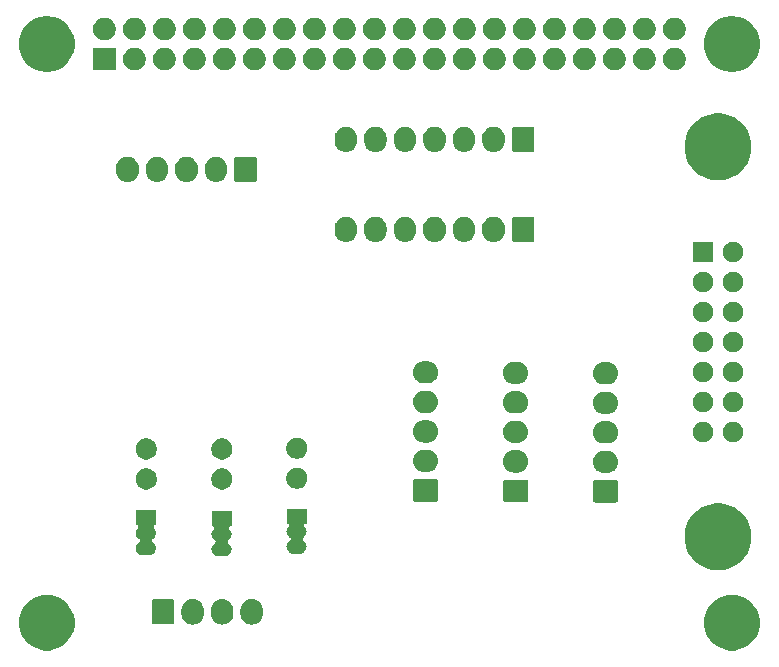
<source format=gbs>
G04 #@! TF.GenerationSoftware,KiCad,Pcbnew,(5.1.5)-3*
G04 #@! TF.CreationDate,2020-01-30T14:03:48-05:00*
G04 #@! TF.ProjectId,RPi_Hat,5250695f-4861-4742-9e6b-696361645f70,1.0*
G04 #@! TF.SameCoordinates,Original*
G04 #@! TF.FileFunction,Soldermask,Bot*
G04 #@! TF.FilePolarity,Negative*
%FSLAX46Y46*%
G04 Gerber Fmt 4.6, Leading zero omitted, Abs format (unit mm)*
G04 Created by KiCad (PCBNEW (5.1.5)-3) date 2020-01-30 14:03:48*
%MOMM*%
%LPD*%
G04 APERTURE LIST*
%ADD10C,0.100000*%
G04 APERTURE END LIST*
D10*
G36*
X157132793Y-119260103D02*
G01*
X157435470Y-119320309D01*
X157863143Y-119497457D01*
X158248038Y-119754636D01*
X158575364Y-120081962D01*
X158832543Y-120466857D01*
X159009691Y-120894530D01*
X159100000Y-121348545D01*
X159100000Y-121811455D01*
X159009691Y-122265470D01*
X158832543Y-122693143D01*
X158575364Y-123078038D01*
X158248038Y-123405364D01*
X157863143Y-123662543D01*
X157435470Y-123839691D01*
X157132793Y-123899897D01*
X156981456Y-123930000D01*
X156518544Y-123930000D01*
X156367207Y-123899897D01*
X156064530Y-123839691D01*
X155636857Y-123662543D01*
X155251962Y-123405364D01*
X154924636Y-123078038D01*
X154667457Y-122693143D01*
X154490309Y-122265470D01*
X154400000Y-121811455D01*
X154400000Y-121348545D01*
X154490309Y-120894530D01*
X154667457Y-120466857D01*
X154924636Y-120081962D01*
X155251962Y-119754636D01*
X155636857Y-119497457D01*
X156064530Y-119320309D01*
X156367207Y-119260103D01*
X156518544Y-119230000D01*
X156981456Y-119230000D01*
X157132793Y-119260103D01*
G37*
G36*
X99132793Y-119260103D02*
G01*
X99435470Y-119320309D01*
X99863143Y-119497457D01*
X100248038Y-119754636D01*
X100575364Y-120081962D01*
X100832543Y-120466857D01*
X101009691Y-120894530D01*
X101100000Y-121348545D01*
X101100000Y-121811455D01*
X101009691Y-122265470D01*
X100832543Y-122693143D01*
X100575364Y-123078038D01*
X100248038Y-123405364D01*
X99863143Y-123662543D01*
X99435470Y-123839691D01*
X99132793Y-123899897D01*
X98981456Y-123930000D01*
X98518544Y-123930000D01*
X98367207Y-123899897D01*
X98064530Y-123839691D01*
X97636857Y-123662543D01*
X97251962Y-123405364D01*
X96924636Y-123078038D01*
X96667457Y-122693143D01*
X96490309Y-122265470D01*
X96400000Y-121811455D01*
X96400000Y-121348545D01*
X96490309Y-120894530D01*
X96667457Y-120466857D01*
X96924636Y-120081962D01*
X97251962Y-119754636D01*
X97636857Y-119497457D01*
X98064530Y-119320309D01*
X98367207Y-119260103D01*
X98518544Y-119230000D01*
X98981456Y-119230000D01*
X99132793Y-119260103D01*
G37*
G36*
X111271231Y-119588746D02*
G01*
X111333783Y-119607721D01*
X111450310Y-119643069D01*
X111482550Y-119660302D01*
X111615345Y-119731282D01*
X111660290Y-119768168D01*
X111760002Y-119849998D01*
X111868073Y-119981685D01*
X111878718Y-119994655D01*
X111919780Y-120071477D01*
X111966932Y-120159691D01*
X111994093Y-120249230D01*
X112021254Y-120338768D01*
X112035000Y-120478335D01*
X112035000Y-120821664D01*
X112021254Y-120961231D01*
X111966932Y-121140308D01*
X111878718Y-121305345D01*
X111843265Y-121348544D01*
X111760002Y-121450002D01*
X111628316Y-121558073D01*
X111615345Y-121568718D01*
X111538523Y-121609780D01*
X111450309Y-121656932D01*
X111360770Y-121684093D01*
X111271232Y-121711254D01*
X111085000Y-121729596D01*
X110898769Y-121711254D01*
X110809231Y-121684093D01*
X110719692Y-121656932D01*
X110631478Y-121609780D01*
X110554656Y-121568718D01*
X110504655Y-121527683D01*
X110410002Y-121450004D01*
X110410001Y-121450002D01*
X110409999Y-121450001D01*
X110291282Y-121305345D01*
X110203069Y-121140310D01*
X110203068Y-121140309D01*
X110148746Y-120961231D01*
X110142177Y-120894530D01*
X110135000Y-120821665D01*
X110135000Y-120478336D01*
X110136131Y-120466857D01*
X110148746Y-120338770D01*
X110148747Y-120338768D01*
X110203068Y-120159693D01*
X110203069Y-120159690D01*
X110249850Y-120072169D01*
X110291282Y-119994655D01*
X110328168Y-119949710D01*
X110409998Y-119849998D01*
X110554654Y-119731283D01*
X110554653Y-119731283D01*
X110554655Y-119731282D01*
X110687449Y-119660302D01*
X110719691Y-119643068D01*
X110836216Y-119607721D01*
X110898768Y-119588746D01*
X111085000Y-119570404D01*
X111271231Y-119588746D01*
G37*
G36*
X116271231Y-119588746D02*
G01*
X116333783Y-119607721D01*
X116450310Y-119643069D01*
X116482550Y-119660302D01*
X116615345Y-119731282D01*
X116660290Y-119768168D01*
X116760002Y-119849998D01*
X116868073Y-119981685D01*
X116878718Y-119994655D01*
X116919780Y-120071477D01*
X116966932Y-120159691D01*
X116994093Y-120249230D01*
X117021254Y-120338768D01*
X117035000Y-120478335D01*
X117035000Y-120821664D01*
X117021254Y-120961231D01*
X116966932Y-121140308D01*
X116878718Y-121305345D01*
X116843265Y-121348544D01*
X116760002Y-121450002D01*
X116628316Y-121558073D01*
X116615345Y-121568718D01*
X116538523Y-121609780D01*
X116450309Y-121656932D01*
X116360770Y-121684093D01*
X116271232Y-121711254D01*
X116085000Y-121729596D01*
X115898769Y-121711254D01*
X115809231Y-121684093D01*
X115719692Y-121656932D01*
X115631478Y-121609780D01*
X115554656Y-121568718D01*
X115504655Y-121527683D01*
X115410002Y-121450004D01*
X115410001Y-121450002D01*
X115409999Y-121450001D01*
X115291282Y-121305345D01*
X115203069Y-121140310D01*
X115203068Y-121140309D01*
X115148746Y-120961231D01*
X115142177Y-120894530D01*
X115135000Y-120821665D01*
X115135000Y-120478336D01*
X115136131Y-120466857D01*
X115148746Y-120338770D01*
X115148747Y-120338768D01*
X115203068Y-120159693D01*
X115203069Y-120159690D01*
X115249850Y-120072169D01*
X115291282Y-119994655D01*
X115328168Y-119949710D01*
X115409998Y-119849998D01*
X115554654Y-119731283D01*
X115554653Y-119731283D01*
X115554655Y-119731282D01*
X115687449Y-119660302D01*
X115719691Y-119643068D01*
X115836216Y-119607721D01*
X115898768Y-119588746D01*
X116085000Y-119570404D01*
X116271231Y-119588746D01*
G37*
G36*
X113771231Y-119588746D02*
G01*
X113833783Y-119607721D01*
X113950310Y-119643069D01*
X113982550Y-119660302D01*
X114115345Y-119731282D01*
X114160290Y-119768168D01*
X114260002Y-119849998D01*
X114368073Y-119981685D01*
X114378718Y-119994655D01*
X114419780Y-120071477D01*
X114466932Y-120159691D01*
X114494093Y-120249230D01*
X114521254Y-120338768D01*
X114535000Y-120478335D01*
X114535000Y-120821664D01*
X114521254Y-120961231D01*
X114466932Y-121140308D01*
X114378718Y-121305345D01*
X114343265Y-121348544D01*
X114260002Y-121450002D01*
X114128316Y-121558073D01*
X114115345Y-121568718D01*
X114038523Y-121609780D01*
X113950309Y-121656932D01*
X113860770Y-121684093D01*
X113771232Y-121711254D01*
X113585000Y-121729596D01*
X113398769Y-121711254D01*
X113309231Y-121684093D01*
X113219692Y-121656932D01*
X113131478Y-121609780D01*
X113054656Y-121568718D01*
X113004655Y-121527683D01*
X112910002Y-121450004D01*
X112910001Y-121450002D01*
X112909999Y-121450001D01*
X112791282Y-121305345D01*
X112703069Y-121140310D01*
X112703068Y-121140309D01*
X112648746Y-120961231D01*
X112642177Y-120894530D01*
X112635000Y-120821665D01*
X112635000Y-120478336D01*
X112636131Y-120466857D01*
X112648746Y-120338770D01*
X112648747Y-120338768D01*
X112703068Y-120159693D01*
X112703069Y-120159690D01*
X112749850Y-120072169D01*
X112791282Y-119994655D01*
X112828168Y-119949710D01*
X112909998Y-119849998D01*
X113054654Y-119731283D01*
X113054653Y-119731283D01*
X113054655Y-119731282D01*
X113187449Y-119660302D01*
X113219691Y-119643068D01*
X113336216Y-119607721D01*
X113398768Y-119588746D01*
X113585000Y-119570404D01*
X113771231Y-119588746D01*
G37*
G36*
X109381000Y-119579266D02*
G01*
X109416754Y-119590112D01*
X109449698Y-119607721D01*
X109478578Y-119631422D01*
X109502279Y-119660302D01*
X109519888Y-119693246D01*
X109530734Y-119729000D01*
X109535000Y-119772317D01*
X109535000Y-121527683D01*
X109530734Y-121571000D01*
X109519888Y-121606754D01*
X109502279Y-121639698D01*
X109478578Y-121668578D01*
X109449698Y-121692279D01*
X109416754Y-121709888D01*
X109381000Y-121720734D01*
X109337683Y-121725000D01*
X107832317Y-121725000D01*
X107789000Y-121720734D01*
X107753246Y-121709888D01*
X107720302Y-121692279D01*
X107691422Y-121668578D01*
X107667721Y-121639698D01*
X107650112Y-121606754D01*
X107639266Y-121571000D01*
X107635000Y-121527683D01*
X107635000Y-119772317D01*
X107639266Y-119729000D01*
X107650112Y-119693246D01*
X107667721Y-119660302D01*
X107691422Y-119631422D01*
X107720302Y-119607721D01*
X107753246Y-119590112D01*
X107789000Y-119579266D01*
X107832317Y-119575000D01*
X109337683Y-119575000D01*
X109381000Y-119579266D01*
G37*
G36*
X156035981Y-111506252D02*
G01*
X156400481Y-111578755D01*
X156915508Y-111792087D01*
X157379020Y-112101796D01*
X157773204Y-112495980D01*
X158082913Y-112959492D01*
X158296245Y-113474519D01*
X158345130Y-113720281D01*
X158405000Y-114021268D01*
X158405000Y-114578732D01*
X158391875Y-114644716D01*
X158296245Y-115125481D01*
X158082913Y-115640508D01*
X157773204Y-116104020D01*
X157379020Y-116498204D01*
X156915508Y-116807913D01*
X156400481Y-117021245D01*
X156035981Y-117093748D01*
X155853732Y-117130000D01*
X155296268Y-117130000D01*
X155114019Y-117093748D01*
X154749519Y-117021245D01*
X154234492Y-116807913D01*
X153770980Y-116498204D01*
X153376796Y-116104020D01*
X153067087Y-115640508D01*
X152853755Y-115125481D01*
X152758125Y-114644716D01*
X152745000Y-114578732D01*
X152745000Y-114021268D01*
X152804870Y-113720281D01*
X152853755Y-113474519D01*
X153067087Y-112959492D01*
X153376796Y-112495980D01*
X153770980Y-112101796D01*
X154234492Y-111792087D01*
X154749519Y-111578755D01*
X155114019Y-111506252D01*
X155296268Y-111470000D01*
X155853732Y-111470000D01*
X156035981Y-111506252D01*
G37*
G36*
X114388000Y-113401000D02*
G01*
X114306477Y-113401000D01*
X114282091Y-113403402D01*
X114258642Y-113410515D01*
X114237031Y-113422066D01*
X114218089Y-113437611D01*
X114202544Y-113456553D01*
X114190993Y-113478164D01*
X114183880Y-113501613D01*
X114181478Y-113525999D01*
X114183880Y-113550385D01*
X114190993Y-113573834D01*
X114209850Y-113605295D01*
X114285183Y-113697089D01*
X114343219Y-113805666D01*
X114378957Y-113923479D01*
X114391024Y-114046000D01*
X114378957Y-114168521D01*
X114343219Y-114286334D01*
X114285183Y-114394911D01*
X114207080Y-114490080D01*
X114111911Y-114568183D01*
X114107081Y-114570765D01*
X114086713Y-114584374D01*
X114069386Y-114601700D01*
X114055772Y-114622075D01*
X114046395Y-114644713D01*
X114041614Y-114668747D01*
X114041614Y-114693251D01*
X114046394Y-114717284D01*
X114055771Y-114739923D01*
X114069385Y-114760298D01*
X114086711Y-114777625D01*
X114107081Y-114791235D01*
X114111911Y-114793817D01*
X114207080Y-114871920D01*
X114285183Y-114967089D01*
X114343219Y-115075666D01*
X114378957Y-115193479D01*
X114391024Y-115316000D01*
X114378957Y-115438521D01*
X114343219Y-115556334D01*
X114285183Y-115664911D01*
X114207080Y-115760080D01*
X114111911Y-115838183D01*
X114003334Y-115896219D01*
X113885521Y-115931957D01*
X113793704Y-115941000D01*
X113282296Y-115941000D01*
X113190479Y-115931957D01*
X113072666Y-115896219D01*
X112964089Y-115838183D01*
X112868920Y-115760080D01*
X112790817Y-115664911D01*
X112732781Y-115556334D01*
X112697043Y-115438521D01*
X112684976Y-115316000D01*
X112697043Y-115193479D01*
X112732781Y-115075666D01*
X112790817Y-114967089D01*
X112868920Y-114871920D01*
X112964089Y-114793817D01*
X112968919Y-114791235D01*
X112989287Y-114777626D01*
X113006614Y-114760300D01*
X113020228Y-114739925D01*
X113029605Y-114717287D01*
X113034386Y-114693253D01*
X113034386Y-114668749D01*
X113029606Y-114644716D01*
X113020229Y-114622077D01*
X113006615Y-114601702D01*
X112989289Y-114584375D01*
X112968919Y-114570765D01*
X112964089Y-114568183D01*
X112868920Y-114490080D01*
X112790817Y-114394911D01*
X112732781Y-114286334D01*
X112697043Y-114168521D01*
X112684976Y-114046000D01*
X112697043Y-113923479D01*
X112732781Y-113805666D01*
X112790817Y-113697089D01*
X112866151Y-113605294D01*
X112879762Y-113584923D01*
X112889140Y-113562284D01*
X112893920Y-113538251D01*
X112893920Y-113513747D01*
X112889140Y-113489713D01*
X112879762Y-113467075D01*
X112866148Y-113446700D01*
X112848821Y-113429373D01*
X112828447Y-113415760D01*
X112805808Y-113406382D01*
X112769523Y-113401000D01*
X112688000Y-113401000D01*
X112688000Y-112151000D01*
X114388000Y-112151000D01*
X114388000Y-113401000D01*
G37*
G36*
X107987200Y-113324800D02*
G01*
X107905677Y-113324800D01*
X107881291Y-113327202D01*
X107857842Y-113334315D01*
X107836231Y-113345866D01*
X107817289Y-113361411D01*
X107801744Y-113380353D01*
X107790193Y-113401964D01*
X107783080Y-113425413D01*
X107780678Y-113449799D01*
X107783080Y-113474185D01*
X107790193Y-113497634D01*
X107809050Y-113529095D01*
X107884383Y-113620889D01*
X107930504Y-113707175D01*
X107937510Y-113720281D01*
X107942419Y-113729466D01*
X107978157Y-113847279D01*
X107990224Y-113969800D01*
X107978157Y-114092321D01*
X107942419Y-114210134D01*
X107884383Y-114318711D01*
X107806280Y-114413880D01*
X107711111Y-114491983D01*
X107706281Y-114494565D01*
X107685913Y-114508174D01*
X107668586Y-114525500D01*
X107654972Y-114545875D01*
X107645595Y-114568513D01*
X107640814Y-114592547D01*
X107640814Y-114617051D01*
X107645594Y-114641084D01*
X107654971Y-114663723D01*
X107668585Y-114684098D01*
X107685911Y-114701425D01*
X107706281Y-114715035D01*
X107711111Y-114717617D01*
X107806280Y-114795720D01*
X107884383Y-114890889D01*
X107930504Y-114977175D01*
X107937510Y-114990281D01*
X107942419Y-114999466D01*
X107978157Y-115117279D01*
X107990224Y-115239800D01*
X107978157Y-115362321D01*
X107942419Y-115480134D01*
X107884383Y-115588711D01*
X107806280Y-115683880D01*
X107711111Y-115761983D01*
X107602534Y-115820019D01*
X107484721Y-115855757D01*
X107392904Y-115864800D01*
X106881496Y-115864800D01*
X106789679Y-115855757D01*
X106671866Y-115820019D01*
X106563289Y-115761983D01*
X106468120Y-115683880D01*
X106390017Y-115588711D01*
X106331981Y-115480134D01*
X106296243Y-115362321D01*
X106284176Y-115239800D01*
X106296243Y-115117279D01*
X106331981Y-114999466D01*
X106336891Y-114990281D01*
X106343896Y-114977175D01*
X106390017Y-114890889D01*
X106468120Y-114795720D01*
X106563289Y-114717617D01*
X106568119Y-114715035D01*
X106588487Y-114701426D01*
X106605814Y-114684100D01*
X106619428Y-114663725D01*
X106628805Y-114641087D01*
X106633586Y-114617053D01*
X106633586Y-114592549D01*
X106628806Y-114568516D01*
X106619429Y-114545877D01*
X106605815Y-114525502D01*
X106588489Y-114508175D01*
X106568119Y-114494565D01*
X106563289Y-114491983D01*
X106468120Y-114413880D01*
X106390017Y-114318711D01*
X106331981Y-114210134D01*
X106296243Y-114092321D01*
X106284176Y-113969800D01*
X106296243Y-113847279D01*
X106331981Y-113729466D01*
X106336891Y-113720281D01*
X106343896Y-113707175D01*
X106390017Y-113620889D01*
X106465351Y-113529094D01*
X106478962Y-113508723D01*
X106488340Y-113486084D01*
X106493120Y-113462051D01*
X106493120Y-113437547D01*
X106488340Y-113413513D01*
X106478962Y-113390875D01*
X106465348Y-113370500D01*
X106448021Y-113353173D01*
X106427647Y-113339560D01*
X106405008Y-113330182D01*
X106368723Y-113324800D01*
X106287200Y-113324800D01*
X106287200Y-112074800D01*
X107987200Y-112074800D01*
X107987200Y-113324800D01*
G37*
G36*
X120738000Y-113197800D02*
G01*
X120656477Y-113197800D01*
X120632091Y-113200202D01*
X120608642Y-113207315D01*
X120587031Y-113218866D01*
X120568089Y-113234411D01*
X120552544Y-113253353D01*
X120540993Y-113274964D01*
X120533880Y-113298413D01*
X120531478Y-113322799D01*
X120533880Y-113347185D01*
X120540993Y-113370634D01*
X120559850Y-113402095D01*
X120635183Y-113493889D01*
X120693219Y-113602466D01*
X120728957Y-113720279D01*
X120741024Y-113842800D01*
X120728957Y-113965321D01*
X120693219Y-114083134D01*
X120693217Y-114083137D01*
X120693217Y-114083138D01*
X120688308Y-114092321D01*
X120635183Y-114191711D01*
X120557080Y-114286880D01*
X120461911Y-114364983D01*
X120457081Y-114367565D01*
X120436713Y-114381174D01*
X120419386Y-114398500D01*
X120405772Y-114418875D01*
X120396395Y-114441513D01*
X120391614Y-114465547D01*
X120391614Y-114490051D01*
X120396394Y-114514084D01*
X120405771Y-114536723D01*
X120419385Y-114557098D01*
X120436711Y-114574425D01*
X120457081Y-114588035D01*
X120461911Y-114590617D01*
X120557080Y-114668720D01*
X120635183Y-114763889D01*
X120693219Y-114872466D01*
X120728957Y-114990279D01*
X120741024Y-115112800D01*
X120728957Y-115235321D01*
X120693219Y-115353134D01*
X120693217Y-115353137D01*
X120693217Y-115353138D01*
X120688308Y-115362321D01*
X120635183Y-115461711D01*
X120557080Y-115556880D01*
X120461911Y-115634983D01*
X120353334Y-115693019D01*
X120235521Y-115728757D01*
X120143704Y-115737800D01*
X119632296Y-115737800D01*
X119540479Y-115728757D01*
X119422666Y-115693019D01*
X119314089Y-115634983D01*
X119218920Y-115556880D01*
X119140817Y-115461711D01*
X119087692Y-115362321D01*
X119082783Y-115353138D01*
X119082783Y-115353137D01*
X119082781Y-115353134D01*
X119047043Y-115235321D01*
X119034976Y-115112800D01*
X119047043Y-114990279D01*
X119082781Y-114872466D01*
X119140817Y-114763889D01*
X119218920Y-114668720D01*
X119314089Y-114590617D01*
X119318919Y-114588035D01*
X119339287Y-114574426D01*
X119356614Y-114557100D01*
X119370228Y-114536725D01*
X119379605Y-114514087D01*
X119384386Y-114490053D01*
X119384386Y-114465549D01*
X119379606Y-114441516D01*
X119370229Y-114418877D01*
X119356615Y-114398502D01*
X119339289Y-114381175D01*
X119318919Y-114367565D01*
X119314089Y-114364983D01*
X119218920Y-114286880D01*
X119140817Y-114191711D01*
X119087692Y-114092321D01*
X119082783Y-114083138D01*
X119082783Y-114083137D01*
X119082781Y-114083134D01*
X119047043Y-113965321D01*
X119034976Y-113842800D01*
X119047043Y-113720279D01*
X119082781Y-113602466D01*
X119140817Y-113493889D01*
X119216151Y-113402094D01*
X119229762Y-113381723D01*
X119239140Y-113359084D01*
X119243920Y-113335051D01*
X119243920Y-113310547D01*
X119239140Y-113286513D01*
X119229762Y-113263875D01*
X119216148Y-113243500D01*
X119198821Y-113226173D01*
X119178447Y-113212560D01*
X119155808Y-113203182D01*
X119119523Y-113197800D01*
X119038000Y-113197800D01*
X119038000Y-111947800D01*
X120738000Y-111947800D01*
X120738000Y-113197800D01*
G37*
G36*
X146971000Y-109504266D02*
G01*
X147006754Y-109515112D01*
X147039698Y-109532721D01*
X147068578Y-109556422D01*
X147092279Y-109585302D01*
X147109888Y-109618246D01*
X147120734Y-109654000D01*
X147125000Y-109697317D01*
X147125000Y-111202683D01*
X147120734Y-111246000D01*
X147109888Y-111281754D01*
X147092279Y-111314698D01*
X147068578Y-111343578D01*
X147039698Y-111367279D01*
X147006754Y-111384888D01*
X146971000Y-111395734D01*
X146927683Y-111400000D01*
X145172317Y-111400000D01*
X145129000Y-111395734D01*
X145093246Y-111384888D01*
X145060302Y-111367279D01*
X145031422Y-111343578D01*
X145007721Y-111314698D01*
X144990112Y-111281754D01*
X144979266Y-111246000D01*
X144975000Y-111202683D01*
X144975000Y-109697317D01*
X144979266Y-109654000D01*
X144990112Y-109618246D01*
X145007721Y-109585302D01*
X145031422Y-109556422D01*
X145060302Y-109532721D01*
X145093246Y-109515112D01*
X145129000Y-109504266D01*
X145172317Y-109500000D01*
X146927683Y-109500000D01*
X146971000Y-109504266D01*
G37*
G36*
X139351000Y-109464266D02*
G01*
X139386754Y-109475112D01*
X139419698Y-109492721D01*
X139448578Y-109516422D01*
X139472279Y-109545302D01*
X139489888Y-109578246D01*
X139500734Y-109614000D01*
X139505000Y-109657317D01*
X139505000Y-111162683D01*
X139500734Y-111206000D01*
X139489888Y-111241754D01*
X139472279Y-111274698D01*
X139448578Y-111303578D01*
X139419698Y-111327279D01*
X139386754Y-111344888D01*
X139351000Y-111355734D01*
X139307683Y-111360000D01*
X137552317Y-111360000D01*
X137509000Y-111355734D01*
X137473246Y-111344888D01*
X137440302Y-111327279D01*
X137411422Y-111303578D01*
X137387721Y-111274698D01*
X137370112Y-111241754D01*
X137359266Y-111206000D01*
X137355000Y-111162683D01*
X137355000Y-109657317D01*
X137359266Y-109614000D01*
X137370112Y-109578246D01*
X137387721Y-109545302D01*
X137411422Y-109516422D01*
X137440302Y-109492721D01*
X137473246Y-109475112D01*
X137509000Y-109464266D01*
X137552317Y-109460000D01*
X139307683Y-109460000D01*
X139351000Y-109464266D01*
G37*
G36*
X131731000Y-109424266D02*
G01*
X131766754Y-109435112D01*
X131799698Y-109452721D01*
X131828578Y-109476422D01*
X131852279Y-109505302D01*
X131869888Y-109538246D01*
X131880734Y-109574000D01*
X131885000Y-109617317D01*
X131885000Y-111122683D01*
X131880734Y-111166000D01*
X131869888Y-111201754D01*
X131852279Y-111234698D01*
X131828578Y-111263578D01*
X131799698Y-111287279D01*
X131766754Y-111304888D01*
X131731000Y-111315734D01*
X131687683Y-111320000D01*
X129932317Y-111320000D01*
X129889000Y-111315734D01*
X129853246Y-111304888D01*
X129820302Y-111287279D01*
X129791422Y-111263578D01*
X129767721Y-111234698D01*
X129750112Y-111201754D01*
X129739266Y-111166000D01*
X129735000Y-111122683D01*
X129735000Y-109617317D01*
X129739266Y-109574000D01*
X129750112Y-109538246D01*
X129767721Y-109505302D01*
X129791422Y-109476422D01*
X129820302Y-109452721D01*
X129853246Y-109435112D01*
X129889000Y-109424266D01*
X129932317Y-109420000D01*
X131687683Y-109420000D01*
X131731000Y-109424266D01*
G37*
G36*
X113825920Y-108532386D02*
G01*
X113952947Y-108585002D01*
X113989710Y-108600230D01*
X114137117Y-108698724D01*
X114262476Y-108824083D01*
X114360970Y-108971490D01*
X114360971Y-108971492D01*
X114428814Y-109135280D01*
X114463400Y-109309156D01*
X114463400Y-109486444D01*
X114431881Y-109644901D01*
X114428814Y-109660320D01*
X114360970Y-109824110D01*
X114262476Y-109971517D01*
X114137117Y-110096876D01*
X113989710Y-110195370D01*
X113989709Y-110195371D01*
X113989708Y-110195371D01*
X113825920Y-110263214D01*
X113652044Y-110297800D01*
X113474756Y-110297800D01*
X113300880Y-110263214D01*
X113137092Y-110195371D01*
X113137091Y-110195371D01*
X113137090Y-110195370D01*
X112989683Y-110096876D01*
X112864324Y-109971517D01*
X112765830Y-109824110D01*
X112697986Y-109660320D01*
X112694919Y-109644901D01*
X112663400Y-109486444D01*
X112663400Y-109309156D01*
X112697986Y-109135280D01*
X112765829Y-108971492D01*
X112765830Y-108971490D01*
X112864324Y-108824083D01*
X112989683Y-108698724D01*
X113137090Y-108600230D01*
X113173854Y-108585002D01*
X113300880Y-108532386D01*
X113474756Y-108497800D01*
X113652044Y-108497800D01*
X113825920Y-108532386D01*
G37*
G36*
X107425120Y-108532386D02*
G01*
X107552147Y-108585002D01*
X107588910Y-108600230D01*
X107736317Y-108698724D01*
X107861676Y-108824083D01*
X107960170Y-108971490D01*
X107960171Y-108971492D01*
X108028014Y-109135280D01*
X108062600Y-109309156D01*
X108062600Y-109486444D01*
X108031081Y-109644901D01*
X108028014Y-109660320D01*
X107960170Y-109824110D01*
X107861676Y-109971517D01*
X107736317Y-110096876D01*
X107588910Y-110195370D01*
X107588909Y-110195371D01*
X107588908Y-110195371D01*
X107425120Y-110263214D01*
X107251244Y-110297800D01*
X107073956Y-110297800D01*
X106900080Y-110263214D01*
X106736292Y-110195371D01*
X106736291Y-110195371D01*
X106736290Y-110195370D01*
X106588883Y-110096876D01*
X106463524Y-109971517D01*
X106365030Y-109824110D01*
X106297186Y-109660320D01*
X106294119Y-109644901D01*
X106262600Y-109486444D01*
X106262600Y-109309156D01*
X106297186Y-109135280D01*
X106365029Y-108971492D01*
X106365030Y-108971490D01*
X106463524Y-108824083D01*
X106588883Y-108698724D01*
X106736290Y-108600230D01*
X106773054Y-108585002D01*
X106900080Y-108532386D01*
X107073956Y-108497800D01*
X107251244Y-108497800D01*
X107425120Y-108532386D01*
G37*
G36*
X120175920Y-108481586D02*
G01*
X120329018Y-108545001D01*
X120339710Y-108549430D01*
X120487117Y-108647924D01*
X120612476Y-108773283D01*
X120697145Y-108900000D01*
X120710971Y-108920692D01*
X120778814Y-109084480D01*
X120813400Y-109258356D01*
X120813400Y-109435644D01*
X120800599Y-109500000D01*
X120778814Y-109609520D01*
X120710970Y-109773310D01*
X120612476Y-109920717D01*
X120487117Y-110046076D01*
X120339710Y-110144570D01*
X120339709Y-110144571D01*
X120339708Y-110144571D01*
X120175920Y-110212414D01*
X120002044Y-110247000D01*
X119824756Y-110247000D01*
X119650880Y-110212414D01*
X119487092Y-110144571D01*
X119487091Y-110144571D01*
X119487090Y-110144570D01*
X119339683Y-110046076D01*
X119214324Y-109920717D01*
X119115830Y-109773310D01*
X119047986Y-109609520D01*
X119026201Y-109500000D01*
X119013400Y-109435644D01*
X119013400Y-109258356D01*
X119047986Y-109084480D01*
X119115829Y-108920692D01*
X119129655Y-108900000D01*
X119214324Y-108773283D01*
X119339683Y-108647924D01*
X119487090Y-108549430D01*
X119497783Y-108545001D01*
X119650880Y-108481586D01*
X119824756Y-108447000D01*
X120002044Y-108447000D01*
X120175920Y-108481586D01*
G37*
G36*
X146361232Y-107013746D02*
G01*
X146408445Y-107028068D01*
X146540309Y-107068068D01*
X146628523Y-107115220D01*
X146705345Y-107156282D01*
X146705347Y-107156283D01*
X146705346Y-107156283D01*
X146850002Y-107274998D01*
X146958073Y-107406684D01*
X146968718Y-107419655D01*
X146975058Y-107431517D01*
X147056932Y-107584691D01*
X147056932Y-107584692D01*
X147109444Y-107757800D01*
X147111254Y-107763769D01*
X147129596Y-107950000D01*
X147111254Y-108136231D01*
X147056932Y-108315309D01*
X147011479Y-108400345D01*
X146968718Y-108480345D01*
X146958073Y-108493316D01*
X146850002Y-108625002D01*
X146754085Y-108703718D01*
X146705345Y-108743718D01*
X146650031Y-108773284D01*
X146540309Y-108831932D01*
X146493095Y-108846254D01*
X146361232Y-108886254D01*
X146291448Y-108893127D01*
X146221666Y-108900000D01*
X145878334Y-108900000D01*
X145808552Y-108893127D01*
X145738768Y-108886254D01*
X145606905Y-108846254D01*
X145559691Y-108831932D01*
X145449969Y-108773284D01*
X145394655Y-108743718D01*
X145345915Y-108703718D01*
X145249998Y-108625002D01*
X145141927Y-108493316D01*
X145131282Y-108480345D01*
X145088521Y-108400345D01*
X145043068Y-108315309D01*
X144988746Y-108136231D01*
X144970404Y-107950000D01*
X144988746Y-107763769D01*
X144990557Y-107757800D01*
X145043068Y-107584692D01*
X145043068Y-107584691D01*
X145124942Y-107431517D01*
X145131282Y-107419655D01*
X145141927Y-107406684D01*
X145249998Y-107274998D01*
X145394654Y-107156283D01*
X145394653Y-107156283D01*
X145394655Y-107156282D01*
X145471477Y-107115220D01*
X145559691Y-107068068D01*
X145691555Y-107028068D01*
X145738768Y-107013746D01*
X145878334Y-107000000D01*
X146221666Y-107000000D01*
X146361232Y-107013746D01*
G37*
G36*
X138671448Y-106966873D02*
G01*
X138741232Y-106973746D01*
X138788445Y-106988068D01*
X138920309Y-107028068D01*
X138995143Y-107068068D01*
X139085345Y-107116282D01*
X139085347Y-107116283D01*
X139085346Y-107116283D01*
X139230002Y-107234998D01*
X139315890Y-107339654D01*
X139348718Y-107379655D01*
X139370098Y-107419654D01*
X139436932Y-107544691D01*
X139491254Y-107723769D01*
X139509596Y-107910000D01*
X139491254Y-108096231D01*
X139436932Y-108275309D01*
X139348717Y-108440346D01*
X139230002Y-108585002D01*
X139134085Y-108663718D01*
X139085345Y-108703718D01*
X139010512Y-108743717D01*
X138920309Y-108791932D01*
X138873095Y-108806254D01*
X138741232Y-108846254D01*
X138601666Y-108860000D01*
X138258334Y-108860000D01*
X138118768Y-108846254D01*
X137986905Y-108806254D01*
X137939691Y-108791932D01*
X137849488Y-108743717D01*
X137774655Y-108703718D01*
X137725915Y-108663718D01*
X137629998Y-108585002D01*
X137511283Y-108440346D01*
X137423068Y-108275309D01*
X137368746Y-108096231D01*
X137350404Y-107910000D01*
X137368746Y-107723769D01*
X137423068Y-107544691D01*
X137489902Y-107419654D01*
X137511282Y-107379655D01*
X137544110Y-107339654D01*
X137629998Y-107234998D01*
X137774654Y-107116283D01*
X137774653Y-107116283D01*
X137774655Y-107116282D01*
X137864857Y-107068068D01*
X137939691Y-107028068D01*
X138071555Y-106988068D01*
X138118768Y-106973746D01*
X138188552Y-106966873D01*
X138258334Y-106960000D01*
X138601666Y-106960000D01*
X138671448Y-106966873D01*
G37*
G36*
X131121232Y-106933746D02*
G01*
X131207780Y-106960000D01*
X131300309Y-106988068D01*
X131375143Y-107028068D01*
X131465345Y-107076282D01*
X131465347Y-107076283D01*
X131465346Y-107076283D01*
X131610002Y-107194998D01*
X131718073Y-107326684D01*
X131728718Y-107339655D01*
X131750666Y-107380717D01*
X131816932Y-107504691D01*
X131816932Y-107504692D01*
X131862640Y-107655370D01*
X131871254Y-107683769D01*
X131889596Y-107870000D01*
X131871254Y-108056231D01*
X131816932Y-108235309D01*
X131728717Y-108400346D01*
X131610002Y-108545002D01*
X131484590Y-108647924D01*
X131465345Y-108663718D01*
X131399853Y-108698724D01*
X131300309Y-108751932D01*
X131229923Y-108773283D01*
X131121232Y-108806254D01*
X131051448Y-108813127D01*
X130981666Y-108820000D01*
X130638334Y-108820000D01*
X130568552Y-108813127D01*
X130498768Y-108806254D01*
X130390077Y-108773283D01*
X130319691Y-108751932D01*
X130220147Y-108698724D01*
X130154655Y-108663718D01*
X130135410Y-108647924D01*
X130009998Y-108545002D01*
X129891283Y-108400346D01*
X129803068Y-108235309D01*
X129748746Y-108056231D01*
X129730404Y-107870000D01*
X129748746Y-107683769D01*
X129757361Y-107655370D01*
X129803068Y-107504692D01*
X129803068Y-107504691D01*
X129869334Y-107380717D01*
X129891282Y-107339655D01*
X129901927Y-107326685D01*
X130009998Y-107194998D01*
X130154654Y-107076283D01*
X130154653Y-107076283D01*
X130154655Y-107076282D01*
X130244857Y-107028068D01*
X130319691Y-106988068D01*
X130412220Y-106960000D01*
X130498768Y-106933746D01*
X130638334Y-106920000D01*
X130981666Y-106920000D01*
X131121232Y-106933746D01*
G37*
G36*
X113825920Y-105992386D02*
G01*
X113952947Y-106045002D01*
X113989710Y-106060230D01*
X114137117Y-106158724D01*
X114262476Y-106284083D01*
X114330744Y-106386254D01*
X114360971Y-106431492D01*
X114428814Y-106595280D01*
X114463400Y-106769156D01*
X114463400Y-106946444D01*
X114428814Y-107120320D01*
X114381313Y-107234999D01*
X114360970Y-107284110D01*
X114262476Y-107431517D01*
X114137117Y-107556876D01*
X113989710Y-107655370D01*
X113989709Y-107655371D01*
X113989708Y-107655371D01*
X113825920Y-107723214D01*
X113652044Y-107757800D01*
X113474756Y-107757800D01*
X113300880Y-107723214D01*
X113137092Y-107655371D01*
X113137091Y-107655371D01*
X113137090Y-107655370D01*
X112989683Y-107556876D01*
X112864324Y-107431517D01*
X112765830Y-107284110D01*
X112745488Y-107234999D01*
X112697986Y-107120320D01*
X112663400Y-106946444D01*
X112663400Y-106769156D01*
X112697986Y-106595280D01*
X112765829Y-106431492D01*
X112796056Y-106386254D01*
X112864324Y-106284083D01*
X112989683Y-106158724D01*
X113137090Y-106060230D01*
X113173854Y-106045002D01*
X113300880Y-105992386D01*
X113474756Y-105957800D01*
X113652044Y-105957800D01*
X113825920Y-105992386D01*
G37*
G36*
X107425120Y-105992386D02*
G01*
X107552147Y-106045002D01*
X107588910Y-106060230D01*
X107736317Y-106158724D01*
X107861676Y-106284083D01*
X107929944Y-106386254D01*
X107960171Y-106431492D01*
X108028014Y-106595280D01*
X108062600Y-106769156D01*
X108062600Y-106946444D01*
X108028014Y-107120320D01*
X107980513Y-107234999D01*
X107960170Y-107284110D01*
X107861676Y-107431517D01*
X107736317Y-107556876D01*
X107588910Y-107655370D01*
X107588909Y-107655371D01*
X107588908Y-107655371D01*
X107425120Y-107723214D01*
X107251244Y-107757800D01*
X107073956Y-107757800D01*
X106900080Y-107723214D01*
X106736292Y-107655371D01*
X106736291Y-107655371D01*
X106736290Y-107655370D01*
X106588883Y-107556876D01*
X106463524Y-107431517D01*
X106365030Y-107284110D01*
X106344688Y-107234999D01*
X106297186Y-107120320D01*
X106262600Y-106946444D01*
X106262600Y-106769156D01*
X106297186Y-106595280D01*
X106365029Y-106431492D01*
X106395256Y-106386254D01*
X106463524Y-106284083D01*
X106588883Y-106158724D01*
X106736290Y-106060230D01*
X106773054Y-106045002D01*
X106900080Y-105992386D01*
X107073956Y-105957800D01*
X107251244Y-105957800D01*
X107425120Y-105992386D01*
G37*
G36*
X120169681Y-105940345D02*
G01*
X120175920Y-105941586D01*
X120339710Y-106009430D01*
X120487117Y-106107924D01*
X120612476Y-106233283D01*
X120697145Y-106360000D01*
X120710971Y-106380692D01*
X120778814Y-106544480D01*
X120813400Y-106718356D01*
X120813400Y-106895644D01*
X120795016Y-106988068D01*
X120778814Y-107069520D01*
X120710970Y-107233310D01*
X120612476Y-107380717D01*
X120487117Y-107506076D01*
X120339710Y-107604570D01*
X120339709Y-107604571D01*
X120339708Y-107604571D01*
X120175920Y-107672414D01*
X120002044Y-107707000D01*
X119824756Y-107707000D01*
X119650880Y-107672414D01*
X119487092Y-107604571D01*
X119487091Y-107604571D01*
X119487090Y-107604570D01*
X119339683Y-107506076D01*
X119214324Y-107380717D01*
X119115830Y-107233310D01*
X119047986Y-107069520D01*
X119031784Y-106988068D01*
X119013400Y-106895644D01*
X119013400Y-106718356D01*
X119047986Y-106544480D01*
X119115829Y-106380692D01*
X119129655Y-106360000D01*
X119214324Y-106233283D01*
X119339683Y-106107924D01*
X119487090Y-106009430D01*
X119650880Y-105941586D01*
X119657119Y-105940345D01*
X119824756Y-105907000D01*
X120002044Y-105907000D01*
X120169681Y-105940345D01*
G37*
G36*
X146291448Y-104506873D02*
G01*
X146361232Y-104513746D01*
X146408445Y-104528068D01*
X146540309Y-104568068D01*
X146568336Y-104583049D01*
X146705345Y-104656282D01*
X146705347Y-104656283D01*
X146705346Y-104656283D01*
X146850002Y-104774998D01*
X146968717Y-104919654D01*
X147056932Y-105084691D01*
X147056932Y-105084692D01*
X147111254Y-105263768D01*
X147129596Y-105450000D01*
X147111254Y-105636232D01*
X147103785Y-105660853D01*
X147056932Y-105815309D01*
X147055835Y-105817361D01*
X146980546Y-105958217D01*
X146968717Y-105980346D01*
X146850002Y-106125002D01*
X146754085Y-106203718D01*
X146705345Y-106243718D01*
X146629827Y-106284083D01*
X146540309Y-106331932D01*
X146493095Y-106346254D01*
X146361232Y-106386254D01*
X146291448Y-106393127D01*
X146221666Y-106400000D01*
X145878334Y-106400000D01*
X145808552Y-106393127D01*
X145738768Y-106386254D01*
X145606905Y-106346254D01*
X145559691Y-106331932D01*
X145470173Y-106284083D01*
X145394655Y-106243718D01*
X145345915Y-106203718D01*
X145249998Y-106125002D01*
X145131283Y-105980346D01*
X145119455Y-105958217D01*
X145044165Y-105817361D01*
X145043068Y-105815309D01*
X144996215Y-105660853D01*
X144988746Y-105636232D01*
X144970404Y-105450000D01*
X144988746Y-105263768D01*
X145043068Y-105084692D01*
X145043068Y-105084691D01*
X145131283Y-104919654D01*
X145249998Y-104774998D01*
X145394654Y-104656283D01*
X145394653Y-104656283D01*
X145394655Y-104656282D01*
X145531664Y-104583049D01*
X145559691Y-104568068D01*
X145691555Y-104528068D01*
X145738768Y-104513746D01*
X145808552Y-104506873D01*
X145878334Y-104500000D01*
X146221666Y-104500000D01*
X146291448Y-104506873D01*
G37*
G36*
X138671448Y-104466873D02*
G01*
X138741232Y-104473746D01*
X138788445Y-104488068D01*
X138920309Y-104528068D01*
X138961340Y-104550000D01*
X139085345Y-104616282D01*
X139085347Y-104616283D01*
X139085346Y-104616283D01*
X139230002Y-104734998D01*
X139348717Y-104879654D01*
X139436932Y-105044691D01*
X139491254Y-105223769D01*
X139509596Y-105410000D01*
X139491254Y-105596231D01*
X139436932Y-105775309D01*
X139414453Y-105817363D01*
X139348718Y-105940345D01*
X139338073Y-105953316D01*
X139230002Y-106085002D01*
X139098316Y-106193073D01*
X139085345Y-106203718D01*
X139030031Y-106233284D01*
X138920309Y-106291932D01*
X138873095Y-106306254D01*
X138741232Y-106346254D01*
X138601666Y-106360000D01*
X138258334Y-106360000D01*
X138118768Y-106346254D01*
X137986905Y-106306254D01*
X137939691Y-106291932D01*
X137829969Y-106233284D01*
X137774655Y-106203718D01*
X137761684Y-106193073D01*
X137629998Y-106085002D01*
X137521927Y-105953316D01*
X137511282Y-105940345D01*
X137445547Y-105817363D01*
X137423068Y-105775309D01*
X137368746Y-105596231D01*
X137350404Y-105410000D01*
X137368746Y-105223769D01*
X137423068Y-105044691D01*
X137511283Y-104879654D01*
X137629998Y-104734998D01*
X137774654Y-104616283D01*
X137774653Y-104616283D01*
X137774655Y-104616282D01*
X137898660Y-104550000D01*
X137939691Y-104528068D01*
X138071555Y-104488068D01*
X138118768Y-104473746D01*
X138258334Y-104460000D01*
X138601666Y-104460000D01*
X138671448Y-104466873D01*
G37*
G36*
X131121232Y-104433746D02*
G01*
X131207780Y-104460000D01*
X131300309Y-104488068D01*
X131375143Y-104528068D01*
X131465345Y-104576282D01*
X131478316Y-104586927D01*
X131610002Y-104694998D01*
X131718073Y-104826684D01*
X131728718Y-104839655D01*
X131750098Y-104879654D01*
X131816932Y-105004691D01*
X131816932Y-105004692D01*
X131863786Y-105159148D01*
X131871254Y-105183769D01*
X131889596Y-105370000D01*
X131871254Y-105556231D01*
X131816932Y-105735309D01*
X131728717Y-105900346D01*
X131610002Y-106045002D01*
X131478316Y-106153073D01*
X131465345Y-106163718D01*
X131449622Y-106172122D01*
X131300309Y-106251932D01*
X131240746Y-106270000D01*
X131121232Y-106306254D01*
X130981666Y-106320000D01*
X130638334Y-106320000D01*
X130498768Y-106306254D01*
X130379254Y-106270000D01*
X130319691Y-106251932D01*
X130170378Y-106172122D01*
X130154655Y-106163718D01*
X130141684Y-106153073D01*
X130009998Y-106045002D01*
X129891283Y-105900346D01*
X129803068Y-105735309D01*
X129748746Y-105556231D01*
X129730404Y-105370000D01*
X129748746Y-105183769D01*
X129756215Y-105159148D01*
X129803068Y-105004692D01*
X129803068Y-105004691D01*
X129869902Y-104879654D01*
X129891282Y-104839655D01*
X129901927Y-104826684D01*
X130009998Y-104694998D01*
X130141685Y-104586927D01*
X130154655Y-104576282D01*
X130244857Y-104528068D01*
X130319691Y-104488068D01*
X130412220Y-104460000D01*
X130498768Y-104433746D01*
X130638334Y-104420000D01*
X130981666Y-104420000D01*
X131121232Y-104433746D01*
G37*
G36*
X154472778Y-104566525D02*
G01*
X154555853Y-104583049D01*
X154712363Y-104647878D01*
X154782883Y-104694998D01*
X154853217Y-104741994D01*
X154973006Y-104861783D01*
X155011674Y-104919654D01*
X155067122Y-105002637D01*
X155131951Y-105159147D01*
X155165000Y-105325297D01*
X155165000Y-105494703D01*
X155131951Y-105660853D01*
X155101110Y-105735309D01*
X155067123Y-105817361D01*
X154973006Y-105958217D01*
X154853217Y-106078006D01*
X154783269Y-106124744D01*
X154712363Y-106172122D01*
X154555853Y-106236951D01*
X154480538Y-106251932D01*
X154389704Y-106270000D01*
X154220296Y-106270000D01*
X154129462Y-106251932D01*
X154054147Y-106236951D01*
X153897637Y-106172122D01*
X153826731Y-106124744D01*
X153756783Y-106078006D01*
X153636994Y-105958217D01*
X153542877Y-105817361D01*
X153508890Y-105735309D01*
X153478049Y-105660853D01*
X153445000Y-105494703D01*
X153445000Y-105325297D01*
X153478049Y-105159147D01*
X153542878Y-105002637D01*
X153598326Y-104919654D01*
X153636994Y-104861783D01*
X153756783Y-104741994D01*
X153827117Y-104694998D01*
X153897637Y-104647878D01*
X154054147Y-104583049D01*
X154137222Y-104566524D01*
X154220296Y-104550000D01*
X154389704Y-104550000D01*
X154472778Y-104566525D01*
G37*
G36*
X157012778Y-104566525D02*
G01*
X157095853Y-104583049D01*
X157252363Y-104647878D01*
X157322883Y-104694998D01*
X157393217Y-104741994D01*
X157513006Y-104861783D01*
X157551674Y-104919654D01*
X157607122Y-105002637D01*
X157671951Y-105159147D01*
X157705000Y-105325297D01*
X157705000Y-105494703D01*
X157671951Y-105660853D01*
X157641110Y-105735309D01*
X157607123Y-105817361D01*
X157513006Y-105958217D01*
X157393217Y-106078006D01*
X157323269Y-106124744D01*
X157252363Y-106172122D01*
X157095853Y-106236951D01*
X157020538Y-106251932D01*
X156929704Y-106270000D01*
X156760296Y-106270000D01*
X156669462Y-106251932D01*
X156594147Y-106236951D01*
X156437637Y-106172122D01*
X156366731Y-106124744D01*
X156296783Y-106078006D01*
X156176994Y-105958217D01*
X156082877Y-105817361D01*
X156048890Y-105735309D01*
X156018049Y-105660853D01*
X155985000Y-105494703D01*
X155985000Y-105325297D01*
X156018049Y-105159147D01*
X156082878Y-105002637D01*
X156138326Y-104919654D01*
X156176994Y-104861783D01*
X156296783Y-104741994D01*
X156367117Y-104694998D01*
X156437637Y-104647878D01*
X156594147Y-104583049D01*
X156677222Y-104566524D01*
X156760296Y-104550000D01*
X156929704Y-104550000D01*
X157012778Y-104566525D01*
G37*
G36*
X146291448Y-102006873D02*
G01*
X146361232Y-102013746D01*
X146408445Y-102028068D01*
X146540309Y-102068068D01*
X146628523Y-102115220D01*
X146705345Y-102156282D01*
X146705347Y-102156283D01*
X146705346Y-102156283D01*
X146850002Y-102274998D01*
X146968717Y-102419654D01*
X147056932Y-102584691D01*
X147111254Y-102763769D01*
X147129596Y-102950000D01*
X147111254Y-103136231D01*
X147056932Y-103315309D01*
X147011479Y-103400345D01*
X147001926Y-103418218D01*
X146968717Y-103480346D01*
X146850002Y-103625002D01*
X146754085Y-103703718D01*
X146705345Y-103743718D01*
X146628523Y-103784780D01*
X146540309Y-103831932D01*
X146493095Y-103846254D01*
X146361232Y-103886254D01*
X146221666Y-103900000D01*
X145878334Y-103900000D01*
X145738768Y-103886254D01*
X145606905Y-103846254D01*
X145559691Y-103831932D01*
X145471477Y-103784780D01*
X145394655Y-103743718D01*
X145345915Y-103703718D01*
X145249998Y-103625002D01*
X145131283Y-103480346D01*
X145098075Y-103418218D01*
X145088521Y-103400345D01*
X145043068Y-103315309D01*
X144988746Y-103136231D01*
X144970404Y-102950000D01*
X144988746Y-102763769D01*
X145043068Y-102584691D01*
X145131283Y-102419654D01*
X145249998Y-102274998D01*
X145394654Y-102156283D01*
X145394653Y-102156283D01*
X145394655Y-102156282D01*
X145471477Y-102115220D01*
X145559691Y-102068068D01*
X145691555Y-102028068D01*
X145738768Y-102013746D01*
X145878334Y-102000000D01*
X146221666Y-102000000D01*
X146291448Y-102006873D01*
G37*
G36*
X138671448Y-101966873D02*
G01*
X138741232Y-101973746D01*
X138788445Y-101988068D01*
X138920309Y-102028068D01*
X138948336Y-102043049D01*
X139085345Y-102116282D01*
X139085347Y-102116283D01*
X139085346Y-102116283D01*
X139230002Y-102234998D01*
X139348717Y-102379654D01*
X139436932Y-102544691D01*
X139436932Y-102544692D01*
X139491254Y-102723768D01*
X139509596Y-102910000D01*
X139491254Y-103096232D01*
X139483785Y-103120853D01*
X139436932Y-103275309D01*
X139435835Y-103277361D01*
X139360546Y-103418217D01*
X139348717Y-103440346D01*
X139230002Y-103585002D01*
X139134085Y-103663718D01*
X139085345Y-103703718D01*
X139010512Y-103743717D01*
X138920309Y-103791932D01*
X138873095Y-103806254D01*
X138741232Y-103846254D01*
X138671448Y-103853127D01*
X138601666Y-103860000D01*
X138258334Y-103860000D01*
X138188552Y-103853127D01*
X138118768Y-103846254D01*
X137986905Y-103806254D01*
X137939691Y-103791932D01*
X137849488Y-103743717D01*
X137774655Y-103703718D01*
X137725915Y-103663718D01*
X137629998Y-103585002D01*
X137511283Y-103440346D01*
X137499455Y-103418217D01*
X137424165Y-103277361D01*
X137423068Y-103275309D01*
X137376215Y-103120853D01*
X137368746Y-103096232D01*
X137350404Y-102910000D01*
X137368746Y-102723768D01*
X137423068Y-102544692D01*
X137423068Y-102544691D01*
X137511283Y-102379654D01*
X137629998Y-102234998D01*
X137774654Y-102116283D01*
X137774653Y-102116283D01*
X137774655Y-102116282D01*
X137911664Y-102043049D01*
X137939691Y-102028068D01*
X138071555Y-101988068D01*
X138118768Y-101973746D01*
X138188552Y-101966873D01*
X138258334Y-101960000D01*
X138601666Y-101960000D01*
X138671448Y-101966873D01*
G37*
G36*
X131051448Y-101926873D02*
G01*
X131121232Y-101933746D01*
X131207780Y-101960000D01*
X131300309Y-101988068D01*
X131375143Y-102028068D01*
X131465345Y-102076282D01*
X131465347Y-102076283D01*
X131465346Y-102076283D01*
X131610002Y-102194998D01*
X131728717Y-102339654D01*
X131816932Y-102504691D01*
X131871254Y-102683769D01*
X131889596Y-102870000D01*
X131871254Y-103056231D01*
X131816932Y-103235309D01*
X131728717Y-103400346D01*
X131610002Y-103545002D01*
X131478316Y-103653073D01*
X131465345Y-103663718D01*
X131403170Y-103696951D01*
X131300309Y-103751932D01*
X131210770Y-103779093D01*
X131121232Y-103806254D01*
X131051448Y-103813127D01*
X130981666Y-103820000D01*
X130638334Y-103820000D01*
X130568552Y-103813127D01*
X130498768Y-103806254D01*
X130409230Y-103779093D01*
X130319691Y-103751932D01*
X130216830Y-103696951D01*
X130154655Y-103663718D01*
X130141684Y-103653073D01*
X130009998Y-103545002D01*
X129891283Y-103400346D01*
X129803068Y-103235309D01*
X129748746Y-103056231D01*
X129730404Y-102870000D01*
X129748746Y-102683769D01*
X129803068Y-102504691D01*
X129891283Y-102339654D01*
X130009998Y-102194998D01*
X130154654Y-102076283D01*
X130154653Y-102076283D01*
X130154655Y-102076282D01*
X130244857Y-102028068D01*
X130319691Y-101988068D01*
X130412220Y-101960000D01*
X130498768Y-101933746D01*
X130568552Y-101926873D01*
X130638334Y-101920000D01*
X130981666Y-101920000D01*
X131051448Y-101926873D01*
G37*
G36*
X154408536Y-102013746D02*
G01*
X154555853Y-102043049D01*
X154712363Y-102107878D01*
X154783269Y-102155256D01*
X154853217Y-102201994D01*
X154973006Y-102321783D01*
X155011674Y-102379654D01*
X155067122Y-102462637D01*
X155131951Y-102619147D01*
X155165000Y-102785297D01*
X155165000Y-102954703D01*
X155131951Y-103120853D01*
X155086110Y-103231522D01*
X155067123Y-103277361D01*
X154973006Y-103418217D01*
X154853217Y-103538006D01*
X154783269Y-103584744D01*
X154712363Y-103632122D01*
X154555853Y-103696951D01*
X154472778Y-103713476D01*
X154389704Y-103730000D01*
X154220296Y-103730000D01*
X154137222Y-103713476D01*
X154054147Y-103696951D01*
X153897637Y-103632122D01*
X153826731Y-103584744D01*
X153756783Y-103538006D01*
X153636994Y-103418217D01*
X153542877Y-103277361D01*
X153523890Y-103231522D01*
X153478049Y-103120853D01*
X153445000Y-102954703D01*
X153445000Y-102785297D01*
X153478049Y-102619147D01*
X153542878Y-102462637D01*
X153598326Y-102379654D01*
X153636994Y-102321783D01*
X153756783Y-102201994D01*
X153826731Y-102155256D01*
X153897637Y-102107878D01*
X154054147Y-102043049D01*
X154201464Y-102013746D01*
X154220296Y-102010000D01*
X154389704Y-102010000D01*
X154408536Y-102013746D01*
G37*
G36*
X156948536Y-102013746D02*
G01*
X157095853Y-102043049D01*
X157252363Y-102107878D01*
X157323269Y-102155256D01*
X157393217Y-102201994D01*
X157513006Y-102321783D01*
X157551674Y-102379654D01*
X157607122Y-102462637D01*
X157671951Y-102619147D01*
X157705000Y-102785297D01*
X157705000Y-102954703D01*
X157671951Y-103120853D01*
X157626110Y-103231522D01*
X157607123Y-103277361D01*
X157513006Y-103418217D01*
X157393217Y-103538006D01*
X157323269Y-103584744D01*
X157252363Y-103632122D01*
X157095853Y-103696951D01*
X157012778Y-103713476D01*
X156929704Y-103730000D01*
X156760296Y-103730000D01*
X156677222Y-103713476D01*
X156594147Y-103696951D01*
X156437637Y-103632122D01*
X156366731Y-103584744D01*
X156296783Y-103538006D01*
X156176994Y-103418217D01*
X156082877Y-103277361D01*
X156063890Y-103231522D01*
X156018049Y-103120853D01*
X155985000Y-102954703D01*
X155985000Y-102785297D01*
X156018049Y-102619147D01*
X156082878Y-102462637D01*
X156138326Y-102379654D01*
X156176994Y-102321783D01*
X156296783Y-102201994D01*
X156366731Y-102155256D01*
X156437637Y-102107878D01*
X156594147Y-102043049D01*
X156741464Y-102013746D01*
X156760296Y-102010000D01*
X156929704Y-102010000D01*
X156948536Y-102013746D01*
G37*
G36*
X146361232Y-99513746D02*
G01*
X146408445Y-99528068D01*
X146540309Y-99568068D01*
X146628523Y-99615220D01*
X146705345Y-99656282D01*
X146705347Y-99656283D01*
X146705346Y-99656283D01*
X146850002Y-99774998D01*
X146935890Y-99879654D01*
X146968718Y-99919655D01*
X146970313Y-99922639D01*
X147056932Y-100084691D01*
X147056932Y-100084692D01*
X147105651Y-100245296D01*
X147111254Y-100263769D01*
X147129596Y-100450000D01*
X147111254Y-100636231D01*
X147056932Y-100815309D01*
X146968717Y-100980346D01*
X146850002Y-101125002D01*
X146754085Y-101203718D01*
X146705345Y-101243718D01*
X146628523Y-101284780D01*
X146540309Y-101331932D01*
X146493095Y-101346254D01*
X146361232Y-101386254D01*
X146291448Y-101393127D01*
X146221666Y-101400000D01*
X145878334Y-101400000D01*
X145738768Y-101386254D01*
X145606905Y-101346254D01*
X145559691Y-101331932D01*
X145471477Y-101284780D01*
X145394655Y-101243718D01*
X145345915Y-101203718D01*
X145249998Y-101125002D01*
X145131283Y-100980346D01*
X145043068Y-100815309D01*
X144988746Y-100636231D01*
X144970404Y-100450000D01*
X144988746Y-100263769D01*
X144994350Y-100245296D01*
X145043068Y-100084692D01*
X145043068Y-100084691D01*
X145129687Y-99922639D01*
X145131282Y-99919655D01*
X145164110Y-99879654D01*
X145249998Y-99774998D01*
X145394654Y-99656283D01*
X145394653Y-99656283D01*
X145394655Y-99656282D01*
X145471477Y-99615220D01*
X145559691Y-99568068D01*
X145691555Y-99528068D01*
X145738768Y-99513746D01*
X145808552Y-99506873D01*
X145878334Y-99500000D01*
X146221666Y-99500000D01*
X146361232Y-99513746D01*
G37*
G36*
X138671448Y-99466873D02*
G01*
X138741232Y-99473746D01*
X138788445Y-99488068D01*
X138920309Y-99528068D01*
X138995143Y-99568068D01*
X139085345Y-99616282D01*
X139085347Y-99616283D01*
X139085346Y-99616283D01*
X139230002Y-99734998D01*
X139348717Y-99879654D01*
X139436932Y-100044691D01*
X139491254Y-100223769D01*
X139509596Y-100410000D01*
X139491254Y-100596231D01*
X139436932Y-100775309D01*
X139415552Y-100815308D01*
X139381926Y-100878218D01*
X139348717Y-100940346D01*
X139230002Y-101085002D01*
X139134085Y-101163718D01*
X139085345Y-101203718D01*
X139010512Y-101243717D01*
X138920309Y-101291932D01*
X138873095Y-101306254D01*
X138741232Y-101346254D01*
X138601666Y-101360000D01*
X138258334Y-101360000D01*
X138118768Y-101346254D01*
X137986905Y-101306254D01*
X137939691Y-101291932D01*
X137849488Y-101243717D01*
X137774655Y-101203718D01*
X137725915Y-101163718D01*
X137629998Y-101085002D01*
X137511283Y-100940346D01*
X137478075Y-100878218D01*
X137444448Y-100815308D01*
X137423068Y-100775309D01*
X137368746Y-100596231D01*
X137350404Y-100410000D01*
X137368746Y-100223769D01*
X137423068Y-100044691D01*
X137511283Y-99879654D01*
X137629998Y-99734998D01*
X137774654Y-99616283D01*
X137774653Y-99616283D01*
X137774655Y-99616282D01*
X137864857Y-99568068D01*
X137939691Y-99528068D01*
X138071555Y-99488068D01*
X138118768Y-99473746D01*
X138188552Y-99466873D01*
X138258334Y-99460000D01*
X138601666Y-99460000D01*
X138671448Y-99466873D01*
G37*
G36*
X131051448Y-99426873D02*
G01*
X131121232Y-99433746D01*
X131207780Y-99460000D01*
X131300309Y-99488068D01*
X131375143Y-99528068D01*
X131465345Y-99576282D01*
X131465347Y-99576283D01*
X131465346Y-99576283D01*
X131610002Y-99694998D01*
X131728717Y-99839654D01*
X131816932Y-100004691D01*
X131816932Y-100004692D01*
X131871254Y-100183768D01*
X131889596Y-100370000D01*
X131871254Y-100556232D01*
X131863785Y-100580853D01*
X131816932Y-100735309D01*
X131815835Y-100737361D01*
X131740546Y-100878217D01*
X131728717Y-100900346D01*
X131610002Y-101045002D01*
X131478316Y-101153073D01*
X131465345Y-101163718D01*
X131390512Y-101203717D01*
X131300309Y-101251932D01*
X131210770Y-101279093D01*
X131121232Y-101306254D01*
X131051448Y-101313127D01*
X130981666Y-101320000D01*
X130638334Y-101320000D01*
X130568552Y-101313127D01*
X130498768Y-101306254D01*
X130409230Y-101279093D01*
X130319691Y-101251932D01*
X130229488Y-101203717D01*
X130154655Y-101163718D01*
X130141685Y-101153073D01*
X130009998Y-101045002D01*
X129891283Y-100900346D01*
X129879455Y-100878217D01*
X129804165Y-100737361D01*
X129803068Y-100735309D01*
X129756215Y-100580853D01*
X129748746Y-100556232D01*
X129730404Y-100370000D01*
X129748746Y-100183768D01*
X129803068Y-100004692D01*
X129803068Y-100004691D01*
X129891283Y-99839654D01*
X130009998Y-99694998D01*
X130154654Y-99576283D01*
X130154653Y-99576283D01*
X130154655Y-99576282D01*
X130244857Y-99528068D01*
X130319691Y-99488068D01*
X130412220Y-99460000D01*
X130498768Y-99433746D01*
X130568552Y-99426873D01*
X130638334Y-99420000D01*
X130981666Y-99420000D01*
X131051448Y-99426873D01*
G37*
G36*
X154408536Y-99473746D02*
G01*
X154555853Y-99503049D01*
X154712363Y-99567878D01*
X154783269Y-99615256D01*
X154844670Y-99656283D01*
X154853218Y-99661995D01*
X154973005Y-99781782D01*
X155067122Y-99922637D01*
X155131951Y-100079147D01*
X155165000Y-100245297D01*
X155165000Y-100414703D01*
X155131951Y-100580853D01*
X155067122Y-100737363D01*
X154973005Y-100878218D01*
X154853218Y-100998005D01*
X154712363Y-101092122D01*
X154555853Y-101156951D01*
X154472778Y-101173475D01*
X154389704Y-101190000D01*
X154220296Y-101190000D01*
X154137222Y-101173475D01*
X154054147Y-101156951D01*
X153897637Y-101092122D01*
X153756782Y-100998005D01*
X153636995Y-100878218D01*
X153542878Y-100737363D01*
X153478049Y-100580853D01*
X153445000Y-100414703D01*
X153445000Y-100245297D01*
X153478049Y-100079147D01*
X153542878Y-99922637D01*
X153636995Y-99781782D01*
X153756782Y-99661995D01*
X153765331Y-99656283D01*
X153826731Y-99615256D01*
X153897637Y-99567878D01*
X154054147Y-99503049D01*
X154201464Y-99473746D01*
X154220296Y-99470000D01*
X154389704Y-99470000D01*
X154408536Y-99473746D01*
G37*
G36*
X156948536Y-99473746D02*
G01*
X157095853Y-99503049D01*
X157252363Y-99567878D01*
X157323269Y-99615256D01*
X157384670Y-99656283D01*
X157393218Y-99661995D01*
X157513005Y-99781782D01*
X157607122Y-99922637D01*
X157671951Y-100079147D01*
X157705000Y-100245297D01*
X157705000Y-100414703D01*
X157671951Y-100580853D01*
X157607122Y-100737363D01*
X157513005Y-100878218D01*
X157393218Y-100998005D01*
X157252363Y-101092122D01*
X157095853Y-101156951D01*
X157012778Y-101173475D01*
X156929704Y-101190000D01*
X156760296Y-101190000D01*
X156677222Y-101173475D01*
X156594147Y-101156951D01*
X156437637Y-101092122D01*
X156296782Y-100998005D01*
X156176995Y-100878218D01*
X156082878Y-100737363D01*
X156018049Y-100580853D01*
X155985000Y-100414703D01*
X155985000Y-100245297D01*
X156018049Y-100079147D01*
X156082878Y-99922637D01*
X156176995Y-99781782D01*
X156296782Y-99661995D01*
X156305331Y-99656283D01*
X156366731Y-99615256D01*
X156437637Y-99567878D01*
X156594147Y-99503049D01*
X156741464Y-99473746D01*
X156760296Y-99470000D01*
X156929704Y-99470000D01*
X156948536Y-99473746D01*
G37*
G36*
X157012778Y-96946525D02*
G01*
X157095853Y-96963049D01*
X157252363Y-97027878D01*
X157393218Y-97121995D01*
X157513005Y-97241782D01*
X157607122Y-97382637D01*
X157671951Y-97539147D01*
X157705000Y-97705297D01*
X157705000Y-97874703D01*
X157671951Y-98040853D01*
X157607122Y-98197363D01*
X157513005Y-98338218D01*
X157393218Y-98458005D01*
X157252363Y-98552122D01*
X157095853Y-98616951D01*
X157012778Y-98633476D01*
X156929704Y-98650000D01*
X156760296Y-98650000D01*
X156677222Y-98633476D01*
X156594147Y-98616951D01*
X156437637Y-98552122D01*
X156296782Y-98458005D01*
X156176995Y-98338218D01*
X156082878Y-98197363D01*
X156018049Y-98040853D01*
X155985000Y-97874703D01*
X155985000Y-97705297D01*
X156018049Y-97539147D01*
X156082878Y-97382637D01*
X156176995Y-97241782D01*
X156296782Y-97121995D01*
X156437637Y-97027878D01*
X156594147Y-96963049D01*
X156677222Y-96946524D01*
X156760296Y-96930000D01*
X156929704Y-96930000D01*
X157012778Y-96946525D01*
G37*
G36*
X154472778Y-96946525D02*
G01*
X154555853Y-96963049D01*
X154712363Y-97027878D01*
X154853218Y-97121995D01*
X154973005Y-97241782D01*
X155067122Y-97382637D01*
X155131951Y-97539147D01*
X155165000Y-97705297D01*
X155165000Y-97874703D01*
X155131951Y-98040853D01*
X155067122Y-98197363D01*
X154973005Y-98338218D01*
X154853218Y-98458005D01*
X154712363Y-98552122D01*
X154555853Y-98616951D01*
X154472778Y-98633476D01*
X154389704Y-98650000D01*
X154220296Y-98650000D01*
X154137222Y-98633476D01*
X154054147Y-98616951D01*
X153897637Y-98552122D01*
X153756782Y-98458005D01*
X153636995Y-98338218D01*
X153542878Y-98197363D01*
X153478049Y-98040853D01*
X153445000Y-97874703D01*
X153445000Y-97705297D01*
X153478049Y-97539147D01*
X153542878Y-97382637D01*
X153636995Y-97241782D01*
X153756782Y-97121995D01*
X153897637Y-97027878D01*
X154054147Y-96963049D01*
X154137222Y-96946524D01*
X154220296Y-96930000D01*
X154389704Y-96930000D01*
X154472778Y-96946525D01*
G37*
G36*
X157012778Y-94406524D02*
G01*
X157095853Y-94423049D01*
X157252363Y-94487878D01*
X157393218Y-94581995D01*
X157513005Y-94701782D01*
X157607122Y-94842637D01*
X157671951Y-94999147D01*
X157705000Y-95165297D01*
X157705000Y-95334703D01*
X157671951Y-95500853D01*
X157607122Y-95657363D01*
X157513005Y-95798218D01*
X157393218Y-95918005D01*
X157252363Y-96012122D01*
X157095853Y-96076951D01*
X157012778Y-96093475D01*
X156929704Y-96110000D01*
X156760296Y-96110000D01*
X156677222Y-96093475D01*
X156594147Y-96076951D01*
X156437637Y-96012122D01*
X156296782Y-95918005D01*
X156176995Y-95798218D01*
X156082878Y-95657363D01*
X156018049Y-95500853D01*
X155985000Y-95334703D01*
X155985000Y-95165297D01*
X156018049Y-94999147D01*
X156082878Y-94842637D01*
X156176995Y-94701782D01*
X156296782Y-94581995D01*
X156437637Y-94487878D01*
X156594147Y-94423049D01*
X156677222Y-94406524D01*
X156760296Y-94390000D01*
X156929704Y-94390000D01*
X157012778Y-94406524D01*
G37*
G36*
X154472778Y-94406524D02*
G01*
X154555853Y-94423049D01*
X154712363Y-94487878D01*
X154853218Y-94581995D01*
X154973005Y-94701782D01*
X155067122Y-94842637D01*
X155131951Y-94999147D01*
X155165000Y-95165297D01*
X155165000Y-95334703D01*
X155131951Y-95500853D01*
X155067122Y-95657363D01*
X154973005Y-95798218D01*
X154853218Y-95918005D01*
X154712363Y-96012122D01*
X154555853Y-96076951D01*
X154472778Y-96093475D01*
X154389704Y-96110000D01*
X154220296Y-96110000D01*
X154137222Y-96093475D01*
X154054147Y-96076951D01*
X153897637Y-96012122D01*
X153756782Y-95918005D01*
X153636995Y-95798218D01*
X153542878Y-95657363D01*
X153478049Y-95500853D01*
X153445000Y-95334703D01*
X153445000Y-95165297D01*
X153478049Y-94999147D01*
X153542878Y-94842637D01*
X153636995Y-94701782D01*
X153756782Y-94581995D01*
X153897637Y-94487878D01*
X154054147Y-94423049D01*
X154137222Y-94406524D01*
X154220296Y-94390000D01*
X154389704Y-94390000D01*
X154472778Y-94406524D01*
G37*
G36*
X157012778Y-91866524D02*
G01*
X157095853Y-91883049D01*
X157252363Y-91947878D01*
X157393218Y-92041995D01*
X157513005Y-92161782D01*
X157607122Y-92302637D01*
X157671951Y-92459147D01*
X157705000Y-92625297D01*
X157705000Y-92794703D01*
X157671951Y-92960853D01*
X157607122Y-93117363D01*
X157513005Y-93258218D01*
X157393218Y-93378005D01*
X157252363Y-93472122D01*
X157095853Y-93536951D01*
X157012778Y-93553476D01*
X156929704Y-93570000D01*
X156760296Y-93570000D01*
X156677222Y-93553475D01*
X156594147Y-93536951D01*
X156437637Y-93472122D01*
X156296782Y-93378005D01*
X156176995Y-93258218D01*
X156082878Y-93117363D01*
X156018049Y-92960853D01*
X155985000Y-92794703D01*
X155985000Y-92625297D01*
X156018049Y-92459147D01*
X156082878Y-92302637D01*
X156176995Y-92161782D01*
X156296782Y-92041995D01*
X156437637Y-91947878D01*
X156594147Y-91883049D01*
X156677222Y-91866525D01*
X156760296Y-91850000D01*
X156929704Y-91850000D01*
X157012778Y-91866524D01*
G37*
G36*
X154472778Y-91866524D02*
G01*
X154555853Y-91883049D01*
X154712363Y-91947878D01*
X154853218Y-92041995D01*
X154973005Y-92161782D01*
X155067122Y-92302637D01*
X155131951Y-92459147D01*
X155165000Y-92625297D01*
X155165000Y-92794703D01*
X155131951Y-92960853D01*
X155067122Y-93117363D01*
X154973005Y-93258218D01*
X154853218Y-93378005D01*
X154712363Y-93472122D01*
X154555853Y-93536951D01*
X154472778Y-93553476D01*
X154389704Y-93570000D01*
X154220296Y-93570000D01*
X154137222Y-93553475D01*
X154054147Y-93536951D01*
X153897637Y-93472122D01*
X153756782Y-93378005D01*
X153636995Y-93258218D01*
X153542878Y-93117363D01*
X153478049Y-92960853D01*
X153445000Y-92794703D01*
X153445000Y-92625297D01*
X153478049Y-92459147D01*
X153542878Y-92302637D01*
X153636995Y-92161782D01*
X153756782Y-92041995D01*
X153897637Y-91947878D01*
X154054147Y-91883049D01*
X154137222Y-91866525D01*
X154220296Y-91850000D01*
X154389704Y-91850000D01*
X154472778Y-91866524D01*
G37*
G36*
X155165000Y-91030000D02*
G01*
X153445000Y-91030000D01*
X153445000Y-89310000D01*
X155165000Y-89310000D01*
X155165000Y-91030000D01*
G37*
G36*
X157004551Y-89324888D02*
G01*
X157095853Y-89343049D01*
X157252363Y-89407878D01*
X157393218Y-89501995D01*
X157513005Y-89621782D01*
X157607122Y-89762637D01*
X157671951Y-89919147D01*
X157705000Y-90085297D01*
X157705000Y-90254703D01*
X157671951Y-90420853D01*
X157607122Y-90577363D01*
X157513005Y-90718218D01*
X157393218Y-90838005D01*
X157252363Y-90932122D01*
X157095853Y-90996951D01*
X157012778Y-91013475D01*
X156929704Y-91030000D01*
X156760296Y-91030000D01*
X156677222Y-91013476D01*
X156594147Y-90996951D01*
X156437637Y-90932122D01*
X156296782Y-90838005D01*
X156176995Y-90718218D01*
X156082878Y-90577363D01*
X156018049Y-90420853D01*
X155985000Y-90254703D01*
X155985000Y-90085297D01*
X156018049Y-89919147D01*
X156082878Y-89762637D01*
X156176995Y-89621782D01*
X156296782Y-89501995D01*
X156437637Y-89407878D01*
X156594147Y-89343049D01*
X156685449Y-89324888D01*
X156760296Y-89310000D01*
X156929704Y-89310000D01*
X157004551Y-89324888D01*
G37*
G36*
X136751232Y-87203746D02*
G01*
X136813784Y-87222721D01*
X136930309Y-87258068D01*
X136962551Y-87275302D01*
X137095345Y-87346282D01*
X137095347Y-87346283D01*
X137095346Y-87346283D01*
X137240002Y-87464998D01*
X137321832Y-87564710D01*
X137358718Y-87609655D01*
X137446932Y-87774692D01*
X137501254Y-87953769D01*
X137501254Y-87953770D01*
X137515000Y-88093335D01*
X137515000Y-88436666D01*
X137501254Y-88576231D01*
X137446932Y-88755309D01*
X137446931Y-88755310D01*
X137358719Y-88920344D01*
X137358717Y-88920346D01*
X137240002Y-89065002D01*
X137145346Y-89142683D01*
X137095345Y-89183718D01*
X137035284Y-89215821D01*
X136930310Y-89271931D01*
X136930307Y-89271932D01*
X136751231Y-89326254D01*
X136565000Y-89344596D01*
X136378768Y-89326254D01*
X136289230Y-89299093D01*
X136199691Y-89271932D01*
X136111477Y-89224780D01*
X136034655Y-89183718D01*
X136021685Y-89173073D01*
X135889998Y-89065002D01*
X135808168Y-88965290D01*
X135771282Y-88920345D01*
X135729850Y-88842831D01*
X135683069Y-88755310D01*
X135683068Y-88755307D01*
X135628746Y-88576231D01*
X135615000Y-88436664D01*
X135615000Y-88093335D01*
X135628746Y-87953768D01*
X135683068Y-87774692D01*
X135683068Y-87774691D01*
X135712473Y-87719680D01*
X135771282Y-87609655D01*
X135889999Y-87464999D01*
X135890001Y-87464998D01*
X135890002Y-87464996D01*
X136034655Y-87346283D01*
X136034654Y-87346283D01*
X136034656Y-87346282D01*
X136167450Y-87275302D01*
X136199692Y-87258068D01*
X136316217Y-87222721D01*
X136378769Y-87203746D01*
X136565000Y-87185404D01*
X136751232Y-87203746D01*
G37*
G36*
X134251232Y-87203746D02*
G01*
X134313784Y-87222721D01*
X134430309Y-87258068D01*
X134462551Y-87275302D01*
X134595345Y-87346282D01*
X134595347Y-87346283D01*
X134595346Y-87346283D01*
X134740002Y-87464998D01*
X134821832Y-87564710D01*
X134858718Y-87609655D01*
X134946932Y-87774692D01*
X135001254Y-87953769D01*
X135001254Y-87953770D01*
X135015000Y-88093335D01*
X135015000Y-88436666D01*
X135001254Y-88576231D01*
X134946932Y-88755309D01*
X134946931Y-88755310D01*
X134858719Y-88920344D01*
X134858717Y-88920346D01*
X134740002Y-89065002D01*
X134645346Y-89142683D01*
X134595345Y-89183718D01*
X134535284Y-89215821D01*
X134430310Y-89271931D01*
X134430307Y-89271932D01*
X134251231Y-89326254D01*
X134065000Y-89344596D01*
X133878768Y-89326254D01*
X133789230Y-89299093D01*
X133699691Y-89271932D01*
X133611477Y-89224780D01*
X133534655Y-89183718D01*
X133521685Y-89173073D01*
X133389998Y-89065002D01*
X133308168Y-88965290D01*
X133271282Y-88920345D01*
X133229850Y-88842831D01*
X133183069Y-88755310D01*
X133183068Y-88755307D01*
X133128746Y-88576231D01*
X133115000Y-88436664D01*
X133115000Y-88093335D01*
X133128746Y-87953768D01*
X133183068Y-87774692D01*
X133183068Y-87774691D01*
X133212473Y-87719680D01*
X133271282Y-87609655D01*
X133389999Y-87464999D01*
X133390001Y-87464998D01*
X133390002Y-87464996D01*
X133534655Y-87346283D01*
X133534654Y-87346283D01*
X133534656Y-87346282D01*
X133667450Y-87275302D01*
X133699692Y-87258068D01*
X133816217Y-87222721D01*
X133878769Y-87203746D01*
X134065000Y-87185404D01*
X134251232Y-87203746D01*
G37*
G36*
X131751232Y-87203746D02*
G01*
X131813784Y-87222721D01*
X131930309Y-87258068D01*
X131962551Y-87275302D01*
X132095345Y-87346282D01*
X132095347Y-87346283D01*
X132095346Y-87346283D01*
X132240002Y-87464998D01*
X132321832Y-87564710D01*
X132358718Y-87609655D01*
X132446932Y-87774692D01*
X132501254Y-87953769D01*
X132501254Y-87953770D01*
X132515000Y-88093335D01*
X132515000Y-88436666D01*
X132501254Y-88576231D01*
X132446932Y-88755309D01*
X132446931Y-88755310D01*
X132358719Y-88920344D01*
X132358717Y-88920346D01*
X132240002Y-89065002D01*
X132145346Y-89142683D01*
X132095345Y-89183718D01*
X132035284Y-89215821D01*
X131930310Y-89271931D01*
X131930307Y-89271932D01*
X131751231Y-89326254D01*
X131565000Y-89344596D01*
X131378768Y-89326254D01*
X131289230Y-89299093D01*
X131199691Y-89271932D01*
X131111477Y-89224780D01*
X131034655Y-89183718D01*
X131021685Y-89173073D01*
X130889998Y-89065002D01*
X130808168Y-88965290D01*
X130771282Y-88920345D01*
X130729850Y-88842831D01*
X130683069Y-88755310D01*
X130683068Y-88755307D01*
X130628746Y-88576231D01*
X130615000Y-88436664D01*
X130615000Y-88093335D01*
X130628746Y-87953768D01*
X130683068Y-87774692D01*
X130683068Y-87774691D01*
X130712473Y-87719680D01*
X130771282Y-87609655D01*
X130889999Y-87464999D01*
X130890001Y-87464998D01*
X130890002Y-87464996D01*
X131034655Y-87346283D01*
X131034654Y-87346283D01*
X131034656Y-87346282D01*
X131167450Y-87275302D01*
X131199692Y-87258068D01*
X131316217Y-87222721D01*
X131378769Y-87203746D01*
X131565000Y-87185404D01*
X131751232Y-87203746D01*
G37*
G36*
X129251232Y-87203746D02*
G01*
X129313784Y-87222721D01*
X129430309Y-87258068D01*
X129462551Y-87275302D01*
X129595345Y-87346282D01*
X129595347Y-87346283D01*
X129595346Y-87346283D01*
X129740002Y-87464998D01*
X129821832Y-87564710D01*
X129858718Y-87609655D01*
X129946932Y-87774692D01*
X130001254Y-87953769D01*
X130001254Y-87953770D01*
X130015000Y-88093335D01*
X130015000Y-88436666D01*
X130001254Y-88576231D01*
X129946932Y-88755309D01*
X129946931Y-88755310D01*
X129858719Y-88920344D01*
X129858717Y-88920346D01*
X129740002Y-89065002D01*
X129645346Y-89142683D01*
X129595345Y-89183718D01*
X129535284Y-89215821D01*
X129430310Y-89271931D01*
X129430307Y-89271932D01*
X129251231Y-89326254D01*
X129065000Y-89344596D01*
X128878768Y-89326254D01*
X128789230Y-89299093D01*
X128699691Y-89271932D01*
X128611477Y-89224780D01*
X128534655Y-89183718D01*
X128521685Y-89173073D01*
X128389998Y-89065002D01*
X128308168Y-88965290D01*
X128271282Y-88920345D01*
X128229850Y-88842831D01*
X128183069Y-88755310D01*
X128183068Y-88755307D01*
X128128746Y-88576231D01*
X128115000Y-88436664D01*
X128115000Y-88093335D01*
X128128746Y-87953768D01*
X128183068Y-87774692D01*
X128183068Y-87774691D01*
X128212473Y-87719680D01*
X128271282Y-87609655D01*
X128389999Y-87464999D01*
X128390001Y-87464998D01*
X128390002Y-87464996D01*
X128534655Y-87346283D01*
X128534654Y-87346283D01*
X128534656Y-87346282D01*
X128667450Y-87275302D01*
X128699692Y-87258068D01*
X128816217Y-87222721D01*
X128878769Y-87203746D01*
X129065000Y-87185404D01*
X129251232Y-87203746D01*
G37*
G36*
X126751232Y-87203746D02*
G01*
X126813784Y-87222721D01*
X126930309Y-87258068D01*
X126962551Y-87275302D01*
X127095345Y-87346282D01*
X127095347Y-87346283D01*
X127095346Y-87346283D01*
X127240002Y-87464998D01*
X127321832Y-87564710D01*
X127358718Y-87609655D01*
X127446932Y-87774692D01*
X127501254Y-87953769D01*
X127501254Y-87953770D01*
X127515000Y-88093335D01*
X127515000Y-88436666D01*
X127501254Y-88576231D01*
X127446932Y-88755309D01*
X127446931Y-88755310D01*
X127358719Y-88920344D01*
X127358717Y-88920346D01*
X127240002Y-89065002D01*
X127145346Y-89142683D01*
X127095345Y-89183718D01*
X127035284Y-89215821D01*
X126930310Y-89271931D01*
X126930307Y-89271932D01*
X126751231Y-89326254D01*
X126565000Y-89344596D01*
X126378768Y-89326254D01*
X126289230Y-89299093D01*
X126199691Y-89271932D01*
X126111477Y-89224780D01*
X126034655Y-89183718D01*
X126021685Y-89173073D01*
X125889998Y-89065002D01*
X125808168Y-88965290D01*
X125771282Y-88920345D01*
X125729850Y-88842831D01*
X125683069Y-88755310D01*
X125683068Y-88755307D01*
X125628746Y-88576231D01*
X125615000Y-88436664D01*
X125615000Y-88093335D01*
X125628746Y-87953768D01*
X125683068Y-87774692D01*
X125683068Y-87774691D01*
X125712473Y-87719680D01*
X125771282Y-87609655D01*
X125889999Y-87464999D01*
X125890001Y-87464998D01*
X125890002Y-87464996D01*
X126034655Y-87346283D01*
X126034654Y-87346283D01*
X126034656Y-87346282D01*
X126167450Y-87275302D01*
X126199692Y-87258068D01*
X126316217Y-87222721D01*
X126378769Y-87203746D01*
X126565000Y-87185404D01*
X126751232Y-87203746D01*
G37*
G36*
X124251232Y-87203746D02*
G01*
X124313784Y-87222721D01*
X124430309Y-87258068D01*
X124462551Y-87275302D01*
X124595345Y-87346282D01*
X124595347Y-87346283D01*
X124595346Y-87346283D01*
X124740002Y-87464998D01*
X124821832Y-87564710D01*
X124858718Y-87609655D01*
X124946932Y-87774692D01*
X125001254Y-87953769D01*
X125001254Y-87953770D01*
X125015000Y-88093335D01*
X125015000Y-88436666D01*
X125001254Y-88576231D01*
X124946932Y-88755309D01*
X124946931Y-88755310D01*
X124858719Y-88920344D01*
X124858717Y-88920346D01*
X124740002Y-89065002D01*
X124645346Y-89142683D01*
X124595345Y-89183718D01*
X124535284Y-89215821D01*
X124430310Y-89271931D01*
X124430307Y-89271932D01*
X124251231Y-89326254D01*
X124065000Y-89344596D01*
X123878768Y-89326254D01*
X123789230Y-89299093D01*
X123699691Y-89271932D01*
X123611477Y-89224780D01*
X123534655Y-89183718D01*
X123521685Y-89173073D01*
X123389998Y-89065002D01*
X123308168Y-88965290D01*
X123271282Y-88920345D01*
X123229850Y-88842831D01*
X123183069Y-88755310D01*
X123183068Y-88755307D01*
X123128746Y-88576231D01*
X123115000Y-88436664D01*
X123115000Y-88093335D01*
X123128746Y-87953768D01*
X123183068Y-87774692D01*
X123183068Y-87774691D01*
X123212473Y-87719680D01*
X123271282Y-87609655D01*
X123389999Y-87464999D01*
X123390001Y-87464998D01*
X123390002Y-87464996D01*
X123534655Y-87346283D01*
X123534654Y-87346283D01*
X123534656Y-87346282D01*
X123667450Y-87275302D01*
X123699692Y-87258068D01*
X123816217Y-87222721D01*
X123878769Y-87203746D01*
X124065000Y-87185404D01*
X124251232Y-87203746D01*
G37*
G36*
X139861000Y-87194266D02*
G01*
X139896754Y-87205112D01*
X139929698Y-87222721D01*
X139958578Y-87246422D01*
X139982279Y-87275302D01*
X139999888Y-87308246D01*
X140010734Y-87344000D01*
X140015000Y-87387317D01*
X140015000Y-89142683D01*
X140010734Y-89186000D01*
X139999888Y-89221754D01*
X139982279Y-89254698D01*
X139958578Y-89283578D01*
X139929698Y-89307279D01*
X139896754Y-89324888D01*
X139861000Y-89335734D01*
X139817683Y-89340000D01*
X138312317Y-89340000D01*
X138269000Y-89335734D01*
X138233246Y-89324888D01*
X138200302Y-89307279D01*
X138171422Y-89283578D01*
X138147721Y-89254698D01*
X138130112Y-89221754D01*
X138119266Y-89186000D01*
X138115000Y-89142683D01*
X138115000Y-87387317D01*
X138119266Y-87344000D01*
X138130112Y-87308246D01*
X138147721Y-87275302D01*
X138171422Y-87246422D01*
X138200302Y-87222721D01*
X138233246Y-87205112D01*
X138269000Y-87194266D01*
X138312317Y-87190000D01*
X139817683Y-87190000D01*
X139861000Y-87194266D01*
G37*
G36*
X110756232Y-82123746D02*
G01*
X110818784Y-82142721D01*
X110935309Y-82178068D01*
X110967551Y-82195302D01*
X111100345Y-82266282D01*
X111100347Y-82266283D01*
X111100346Y-82266283D01*
X111245002Y-82384998D01*
X111326832Y-82484710D01*
X111363718Y-82529655D01*
X111451932Y-82694692D01*
X111506254Y-82873769D01*
X111506254Y-82873770D01*
X111520000Y-83013335D01*
X111520000Y-83356666D01*
X111506254Y-83496231D01*
X111451932Y-83675309D01*
X111451931Y-83675310D01*
X111363719Y-83840344D01*
X111363717Y-83840346D01*
X111245002Y-83985002D01*
X111150346Y-84062683D01*
X111100345Y-84103718D01*
X111040284Y-84135821D01*
X110935310Y-84191931D01*
X110935307Y-84191932D01*
X110756231Y-84246254D01*
X110570000Y-84264596D01*
X110383768Y-84246254D01*
X110294230Y-84219093D01*
X110204691Y-84191932D01*
X110116477Y-84144780D01*
X110039655Y-84103718D01*
X110026685Y-84093073D01*
X109894998Y-83985002D01*
X109813168Y-83885290D01*
X109776282Y-83840345D01*
X109734850Y-83762831D01*
X109688069Y-83675310D01*
X109688068Y-83675307D01*
X109633746Y-83496231D01*
X109620000Y-83356664D01*
X109620000Y-83013335D01*
X109633746Y-82873768D01*
X109688068Y-82694692D01*
X109688068Y-82694691D01*
X109727721Y-82620506D01*
X109776282Y-82529655D01*
X109894999Y-82384999D01*
X109895001Y-82384998D01*
X109895002Y-82384996D01*
X110039655Y-82266283D01*
X110039654Y-82266283D01*
X110039656Y-82266282D01*
X110172450Y-82195302D01*
X110204692Y-82178068D01*
X110321217Y-82142721D01*
X110383769Y-82123746D01*
X110570000Y-82105404D01*
X110756232Y-82123746D01*
G37*
G36*
X105756232Y-82123746D02*
G01*
X105818784Y-82142721D01*
X105935309Y-82178068D01*
X105967551Y-82195302D01*
X106100345Y-82266282D01*
X106100347Y-82266283D01*
X106100346Y-82266283D01*
X106245002Y-82384998D01*
X106326832Y-82484710D01*
X106363718Y-82529655D01*
X106451932Y-82694692D01*
X106506254Y-82873769D01*
X106506254Y-82873770D01*
X106520000Y-83013335D01*
X106520000Y-83356666D01*
X106506254Y-83496231D01*
X106451932Y-83675309D01*
X106451931Y-83675310D01*
X106363719Y-83840344D01*
X106363717Y-83840346D01*
X106245002Y-83985002D01*
X106150346Y-84062683D01*
X106100345Y-84103718D01*
X106040284Y-84135821D01*
X105935310Y-84191931D01*
X105935307Y-84191932D01*
X105756231Y-84246254D01*
X105570000Y-84264596D01*
X105383768Y-84246254D01*
X105294230Y-84219093D01*
X105204691Y-84191932D01*
X105116477Y-84144780D01*
X105039655Y-84103718D01*
X105026685Y-84093073D01*
X104894998Y-83985002D01*
X104813168Y-83885290D01*
X104776282Y-83840345D01*
X104734850Y-83762831D01*
X104688069Y-83675310D01*
X104688068Y-83675307D01*
X104633746Y-83496231D01*
X104620000Y-83356664D01*
X104620000Y-83013335D01*
X104633746Y-82873768D01*
X104688068Y-82694692D01*
X104688068Y-82694691D01*
X104727721Y-82620506D01*
X104776282Y-82529655D01*
X104894999Y-82384999D01*
X104895001Y-82384998D01*
X104895002Y-82384996D01*
X105039655Y-82266283D01*
X105039654Y-82266283D01*
X105039656Y-82266282D01*
X105172450Y-82195302D01*
X105204692Y-82178068D01*
X105321217Y-82142721D01*
X105383769Y-82123746D01*
X105570000Y-82105404D01*
X105756232Y-82123746D01*
G37*
G36*
X113256232Y-82123746D02*
G01*
X113318784Y-82142721D01*
X113435309Y-82178068D01*
X113467551Y-82195302D01*
X113600345Y-82266282D01*
X113600347Y-82266283D01*
X113600346Y-82266283D01*
X113745002Y-82384998D01*
X113826832Y-82484710D01*
X113863718Y-82529655D01*
X113951932Y-82694692D01*
X114006254Y-82873769D01*
X114006254Y-82873770D01*
X114020000Y-83013335D01*
X114020000Y-83356666D01*
X114006254Y-83496231D01*
X113951932Y-83675309D01*
X113951931Y-83675310D01*
X113863719Y-83840344D01*
X113863717Y-83840346D01*
X113745002Y-83985002D01*
X113650346Y-84062683D01*
X113600345Y-84103718D01*
X113540284Y-84135821D01*
X113435310Y-84191931D01*
X113435307Y-84191932D01*
X113256231Y-84246254D01*
X113070000Y-84264596D01*
X112883768Y-84246254D01*
X112794230Y-84219093D01*
X112704691Y-84191932D01*
X112616477Y-84144780D01*
X112539655Y-84103718D01*
X112526685Y-84093073D01*
X112394998Y-83985002D01*
X112313168Y-83885290D01*
X112276282Y-83840345D01*
X112234850Y-83762831D01*
X112188069Y-83675310D01*
X112188068Y-83675307D01*
X112133746Y-83496231D01*
X112120000Y-83356664D01*
X112120000Y-83013335D01*
X112133746Y-82873768D01*
X112188068Y-82694692D01*
X112188068Y-82694691D01*
X112227721Y-82620506D01*
X112276282Y-82529655D01*
X112394999Y-82384999D01*
X112395001Y-82384998D01*
X112395002Y-82384996D01*
X112539655Y-82266283D01*
X112539654Y-82266283D01*
X112539656Y-82266282D01*
X112672450Y-82195302D01*
X112704692Y-82178068D01*
X112821217Y-82142721D01*
X112883769Y-82123746D01*
X113070000Y-82105404D01*
X113256232Y-82123746D01*
G37*
G36*
X108256232Y-82123746D02*
G01*
X108318784Y-82142721D01*
X108435309Y-82178068D01*
X108467551Y-82195302D01*
X108600345Y-82266282D01*
X108600347Y-82266283D01*
X108600346Y-82266283D01*
X108745002Y-82384998D01*
X108826832Y-82484710D01*
X108863718Y-82529655D01*
X108951932Y-82694692D01*
X109006254Y-82873769D01*
X109006254Y-82873770D01*
X109020000Y-83013335D01*
X109020000Y-83356666D01*
X109006254Y-83496231D01*
X108951932Y-83675309D01*
X108951931Y-83675310D01*
X108863719Y-83840344D01*
X108863717Y-83840346D01*
X108745002Y-83985002D01*
X108650346Y-84062683D01*
X108600345Y-84103718D01*
X108540284Y-84135821D01*
X108435310Y-84191931D01*
X108435307Y-84191932D01*
X108256231Y-84246254D01*
X108070000Y-84264596D01*
X107883768Y-84246254D01*
X107794230Y-84219093D01*
X107704691Y-84191932D01*
X107616477Y-84144780D01*
X107539655Y-84103718D01*
X107526685Y-84093073D01*
X107394998Y-83985002D01*
X107313168Y-83885290D01*
X107276282Y-83840345D01*
X107234850Y-83762831D01*
X107188069Y-83675310D01*
X107188068Y-83675307D01*
X107133746Y-83496231D01*
X107120000Y-83356664D01*
X107120000Y-83013335D01*
X107133746Y-82873768D01*
X107188068Y-82694692D01*
X107188068Y-82694691D01*
X107227721Y-82620506D01*
X107276282Y-82529655D01*
X107394999Y-82384999D01*
X107395001Y-82384998D01*
X107395002Y-82384996D01*
X107539655Y-82266283D01*
X107539654Y-82266283D01*
X107539656Y-82266282D01*
X107672450Y-82195302D01*
X107704692Y-82178068D01*
X107821217Y-82142721D01*
X107883769Y-82123746D01*
X108070000Y-82105404D01*
X108256232Y-82123746D01*
G37*
G36*
X116366000Y-82114266D02*
G01*
X116401754Y-82125112D01*
X116434698Y-82142721D01*
X116463578Y-82166422D01*
X116487279Y-82195302D01*
X116504888Y-82228246D01*
X116515734Y-82264000D01*
X116520000Y-82307317D01*
X116520000Y-84062683D01*
X116515734Y-84106000D01*
X116504888Y-84141754D01*
X116487279Y-84174698D01*
X116463578Y-84203578D01*
X116434698Y-84227279D01*
X116401754Y-84244888D01*
X116366000Y-84255734D01*
X116322683Y-84260000D01*
X114817317Y-84260000D01*
X114774000Y-84255734D01*
X114738246Y-84244888D01*
X114705302Y-84227279D01*
X114676422Y-84203578D01*
X114652721Y-84174698D01*
X114635112Y-84141754D01*
X114624266Y-84106000D01*
X114620000Y-84062683D01*
X114620000Y-82307317D01*
X114624266Y-82264000D01*
X114635112Y-82228246D01*
X114652721Y-82195302D01*
X114676422Y-82166422D01*
X114705302Y-82142721D01*
X114738246Y-82125112D01*
X114774000Y-82114266D01*
X114817317Y-82110000D01*
X116322683Y-82110000D01*
X116366000Y-82114266D01*
G37*
G36*
X156035981Y-78486252D02*
G01*
X156400481Y-78558755D01*
X156915508Y-78772087D01*
X157379020Y-79081796D01*
X157773204Y-79475980D01*
X158082913Y-79939492D01*
X158296245Y-80454519D01*
X158299988Y-80473336D01*
X158405000Y-81001268D01*
X158405000Y-81558732D01*
X158386461Y-81651932D01*
X158296245Y-82105481D01*
X158180465Y-82384998D01*
X158082914Y-82620506D01*
X157773205Y-83084019D01*
X157379019Y-83478205D01*
X157148836Y-83632008D01*
X156915508Y-83787913D01*
X156400481Y-84001245D01*
X156091610Y-84062683D01*
X155853732Y-84110000D01*
X155296268Y-84110000D01*
X155058390Y-84062683D01*
X154749519Y-84001245D01*
X154234492Y-83787913D01*
X154001164Y-83632008D01*
X153770981Y-83478205D01*
X153376795Y-83084019D01*
X153067086Y-82620506D01*
X152969535Y-82384998D01*
X152853755Y-82105481D01*
X152763539Y-81651932D01*
X152745000Y-81558732D01*
X152745000Y-81001268D01*
X152850012Y-80473336D01*
X152853755Y-80454519D01*
X153067087Y-79939492D01*
X153376796Y-79475980D01*
X153770980Y-79081796D01*
X154234492Y-78772087D01*
X154749519Y-78558755D01*
X155114019Y-78486252D01*
X155296268Y-78450000D01*
X155853732Y-78450000D01*
X156035981Y-78486252D01*
G37*
G36*
X129251232Y-79583746D02*
G01*
X129313784Y-79602721D01*
X129430309Y-79638068D01*
X129462551Y-79655302D01*
X129595345Y-79726282D01*
X129595347Y-79726283D01*
X129595346Y-79726283D01*
X129740002Y-79844998D01*
X129817550Y-79939492D01*
X129858718Y-79989655D01*
X129946932Y-80154692D01*
X130001254Y-80333769D01*
X130015000Y-80473336D01*
X130015000Y-80816665D01*
X130001254Y-80956232D01*
X129987592Y-81001269D01*
X129946932Y-81135309D01*
X129946931Y-81135310D01*
X129858719Y-81300344D01*
X129858717Y-81300346D01*
X129740002Y-81445002D01*
X129645346Y-81522683D01*
X129595345Y-81563718D01*
X129535284Y-81595821D01*
X129430310Y-81651931D01*
X129430307Y-81651932D01*
X129251231Y-81706254D01*
X129065000Y-81724596D01*
X128878768Y-81706254D01*
X128789230Y-81679093D01*
X128699691Y-81651932D01*
X128611477Y-81604780D01*
X128534655Y-81563718D01*
X128521685Y-81553073D01*
X128389998Y-81445002D01*
X128308168Y-81345290D01*
X128271282Y-81300345D01*
X128229850Y-81222831D01*
X128183069Y-81135310D01*
X128142408Y-81001268D01*
X128128746Y-80956231D01*
X128115000Y-80816664D01*
X128115000Y-80473335D01*
X128128746Y-80333768D01*
X128183068Y-80154692D01*
X128183068Y-80154691D01*
X128212473Y-80099680D01*
X128271282Y-79989655D01*
X128389999Y-79844999D01*
X128390001Y-79844998D01*
X128390002Y-79844996D01*
X128534655Y-79726283D01*
X128534654Y-79726283D01*
X128534656Y-79726282D01*
X128667450Y-79655302D01*
X128699692Y-79638068D01*
X128816217Y-79602721D01*
X128878769Y-79583746D01*
X129065000Y-79565404D01*
X129251232Y-79583746D01*
G37*
G36*
X124251232Y-79583746D02*
G01*
X124313784Y-79602721D01*
X124430309Y-79638068D01*
X124462551Y-79655302D01*
X124595345Y-79726282D01*
X124595347Y-79726283D01*
X124595346Y-79726283D01*
X124740002Y-79844998D01*
X124817550Y-79939492D01*
X124858718Y-79989655D01*
X124946932Y-80154692D01*
X125001254Y-80333769D01*
X125015000Y-80473336D01*
X125015000Y-80816665D01*
X125001254Y-80956232D01*
X124987592Y-81001269D01*
X124946932Y-81135309D01*
X124946931Y-81135310D01*
X124858719Y-81300344D01*
X124858717Y-81300346D01*
X124740002Y-81445002D01*
X124645346Y-81522683D01*
X124595345Y-81563718D01*
X124535284Y-81595821D01*
X124430310Y-81651931D01*
X124430307Y-81651932D01*
X124251231Y-81706254D01*
X124065000Y-81724596D01*
X123878768Y-81706254D01*
X123789230Y-81679093D01*
X123699691Y-81651932D01*
X123611477Y-81604780D01*
X123534655Y-81563718D01*
X123521685Y-81553073D01*
X123389998Y-81445002D01*
X123308168Y-81345290D01*
X123271282Y-81300345D01*
X123229850Y-81222831D01*
X123183069Y-81135310D01*
X123142408Y-81001268D01*
X123128746Y-80956231D01*
X123115000Y-80816664D01*
X123115000Y-80473335D01*
X123128746Y-80333768D01*
X123183068Y-80154692D01*
X123183068Y-80154691D01*
X123212473Y-80099680D01*
X123271282Y-79989655D01*
X123389999Y-79844999D01*
X123390001Y-79844998D01*
X123390002Y-79844996D01*
X123534655Y-79726283D01*
X123534654Y-79726283D01*
X123534656Y-79726282D01*
X123667450Y-79655302D01*
X123699692Y-79638068D01*
X123816217Y-79602721D01*
X123878769Y-79583746D01*
X124065000Y-79565404D01*
X124251232Y-79583746D01*
G37*
G36*
X126751232Y-79583746D02*
G01*
X126813784Y-79602721D01*
X126930309Y-79638068D01*
X126962551Y-79655302D01*
X127095345Y-79726282D01*
X127095347Y-79726283D01*
X127095346Y-79726283D01*
X127240002Y-79844998D01*
X127317550Y-79939492D01*
X127358718Y-79989655D01*
X127446932Y-80154692D01*
X127501254Y-80333769D01*
X127515000Y-80473336D01*
X127515000Y-80816665D01*
X127501254Y-80956232D01*
X127487592Y-81001269D01*
X127446932Y-81135309D01*
X127446931Y-81135310D01*
X127358719Y-81300344D01*
X127358717Y-81300346D01*
X127240002Y-81445002D01*
X127145346Y-81522683D01*
X127095345Y-81563718D01*
X127035284Y-81595821D01*
X126930310Y-81651931D01*
X126930307Y-81651932D01*
X126751231Y-81706254D01*
X126565000Y-81724596D01*
X126378768Y-81706254D01*
X126289230Y-81679093D01*
X126199691Y-81651932D01*
X126111477Y-81604780D01*
X126034655Y-81563718D01*
X126021685Y-81553073D01*
X125889998Y-81445002D01*
X125808168Y-81345290D01*
X125771282Y-81300345D01*
X125729850Y-81222831D01*
X125683069Y-81135310D01*
X125642408Y-81001268D01*
X125628746Y-80956231D01*
X125615000Y-80816664D01*
X125615000Y-80473335D01*
X125628746Y-80333768D01*
X125683068Y-80154692D01*
X125683068Y-80154691D01*
X125712473Y-80099680D01*
X125771282Y-79989655D01*
X125889999Y-79844999D01*
X125890001Y-79844998D01*
X125890002Y-79844996D01*
X126034655Y-79726283D01*
X126034654Y-79726283D01*
X126034656Y-79726282D01*
X126167450Y-79655302D01*
X126199692Y-79638068D01*
X126316217Y-79602721D01*
X126378769Y-79583746D01*
X126565000Y-79565404D01*
X126751232Y-79583746D01*
G37*
G36*
X131751232Y-79583746D02*
G01*
X131813784Y-79602721D01*
X131930309Y-79638068D01*
X131962551Y-79655302D01*
X132095345Y-79726282D01*
X132095347Y-79726283D01*
X132095346Y-79726283D01*
X132240002Y-79844998D01*
X132317550Y-79939492D01*
X132358718Y-79989655D01*
X132446932Y-80154692D01*
X132501254Y-80333769D01*
X132515000Y-80473336D01*
X132515000Y-80816665D01*
X132501254Y-80956232D01*
X132487592Y-81001269D01*
X132446932Y-81135309D01*
X132446931Y-81135310D01*
X132358719Y-81300344D01*
X132358717Y-81300346D01*
X132240002Y-81445002D01*
X132145346Y-81522683D01*
X132095345Y-81563718D01*
X132035284Y-81595821D01*
X131930310Y-81651931D01*
X131930307Y-81651932D01*
X131751231Y-81706254D01*
X131565000Y-81724596D01*
X131378768Y-81706254D01*
X131289230Y-81679093D01*
X131199691Y-81651932D01*
X131111477Y-81604780D01*
X131034655Y-81563718D01*
X131021685Y-81553073D01*
X130889998Y-81445002D01*
X130808168Y-81345290D01*
X130771282Y-81300345D01*
X130729850Y-81222831D01*
X130683069Y-81135310D01*
X130642408Y-81001268D01*
X130628746Y-80956231D01*
X130615000Y-80816664D01*
X130615000Y-80473335D01*
X130628746Y-80333768D01*
X130683068Y-80154692D01*
X130683068Y-80154691D01*
X130712473Y-80099680D01*
X130771282Y-79989655D01*
X130889999Y-79844999D01*
X130890001Y-79844998D01*
X130890002Y-79844996D01*
X131034655Y-79726283D01*
X131034654Y-79726283D01*
X131034656Y-79726282D01*
X131167450Y-79655302D01*
X131199692Y-79638068D01*
X131316217Y-79602721D01*
X131378769Y-79583746D01*
X131565000Y-79565404D01*
X131751232Y-79583746D01*
G37*
G36*
X134251232Y-79583746D02*
G01*
X134313784Y-79602721D01*
X134430309Y-79638068D01*
X134462551Y-79655302D01*
X134595345Y-79726282D01*
X134595347Y-79726283D01*
X134595346Y-79726283D01*
X134740002Y-79844998D01*
X134817550Y-79939492D01*
X134858718Y-79989655D01*
X134946932Y-80154692D01*
X135001254Y-80333769D01*
X135015000Y-80473336D01*
X135015000Y-80816665D01*
X135001254Y-80956232D01*
X134987592Y-81001269D01*
X134946932Y-81135309D01*
X134946931Y-81135310D01*
X134858719Y-81300344D01*
X134858717Y-81300346D01*
X134740002Y-81445002D01*
X134645346Y-81522683D01*
X134595345Y-81563718D01*
X134535284Y-81595821D01*
X134430310Y-81651931D01*
X134430307Y-81651932D01*
X134251231Y-81706254D01*
X134065000Y-81724596D01*
X133878768Y-81706254D01*
X133789230Y-81679093D01*
X133699691Y-81651932D01*
X133611477Y-81604780D01*
X133534655Y-81563718D01*
X133521685Y-81553073D01*
X133389998Y-81445002D01*
X133308168Y-81345290D01*
X133271282Y-81300345D01*
X133229850Y-81222831D01*
X133183069Y-81135310D01*
X133142408Y-81001268D01*
X133128746Y-80956231D01*
X133115000Y-80816664D01*
X133115000Y-80473335D01*
X133128746Y-80333768D01*
X133183068Y-80154692D01*
X133183068Y-80154691D01*
X133212473Y-80099680D01*
X133271282Y-79989655D01*
X133389999Y-79844999D01*
X133390001Y-79844998D01*
X133390002Y-79844996D01*
X133534655Y-79726283D01*
X133534654Y-79726283D01*
X133534656Y-79726282D01*
X133667450Y-79655302D01*
X133699692Y-79638068D01*
X133816217Y-79602721D01*
X133878769Y-79583746D01*
X134065000Y-79565404D01*
X134251232Y-79583746D01*
G37*
G36*
X136751232Y-79583746D02*
G01*
X136813784Y-79602721D01*
X136930309Y-79638068D01*
X136962551Y-79655302D01*
X137095345Y-79726282D01*
X137095347Y-79726283D01*
X137095346Y-79726283D01*
X137240002Y-79844998D01*
X137317550Y-79939492D01*
X137358718Y-79989655D01*
X137446932Y-80154692D01*
X137501254Y-80333769D01*
X137515000Y-80473336D01*
X137515000Y-80816665D01*
X137501254Y-80956232D01*
X137487592Y-81001269D01*
X137446932Y-81135309D01*
X137446931Y-81135310D01*
X137358719Y-81300344D01*
X137358717Y-81300346D01*
X137240002Y-81445002D01*
X137145346Y-81522683D01*
X137095345Y-81563718D01*
X137035284Y-81595821D01*
X136930310Y-81651931D01*
X136930307Y-81651932D01*
X136751231Y-81706254D01*
X136565000Y-81724596D01*
X136378768Y-81706254D01*
X136289230Y-81679093D01*
X136199691Y-81651932D01*
X136111477Y-81604780D01*
X136034655Y-81563718D01*
X136021685Y-81553073D01*
X135889998Y-81445002D01*
X135808168Y-81345290D01*
X135771282Y-81300345D01*
X135729850Y-81222831D01*
X135683069Y-81135310D01*
X135642408Y-81001268D01*
X135628746Y-80956231D01*
X135615000Y-80816664D01*
X135615000Y-80473335D01*
X135628746Y-80333768D01*
X135683068Y-80154692D01*
X135683068Y-80154691D01*
X135712473Y-80099680D01*
X135771282Y-79989655D01*
X135889999Y-79844999D01*
X135890001Y-79844998D01*
X135890002Y-79844996D01*
X136034655Y-79726283D01*
X136034654Y-79726283D01*
X136034656Y-79726282D01*
X136167450Y-79655302D01*
X136199692Y-79638068D01*
X136316217Y-79602721D01*
X136378769Y-79583746D01*
X136565000Y-79565404D01*
X136751232Y-79583746D01*
G37*
G36*
X139861000Y-79574266D02*
G01*
X139896754Y-79585112D01*
X139929698Y-79602721D01*
X139958578Y-79626422D01*
X139982279Y-79655302D01*
X139999888Y-79688246D01*
X140010734Y-79724000D01*
X140015000Y-79767317D01*
X140015000Y-81522683D01*
X140010734Y-81566000D01*
X139999888Y-81601754D01*
X139982279Y-81634698D01*
X139958578Y-81663578D01*
X139929698Y-81687279D01*
X139896754Y-81704888D01*
X139861000Y-81715734D01*
X139817683Y-81720000D01*
X138312317Y-81720000D01*
X138269000Y-81715734D01*
X138233246Y-81704888D01*
X138200302Y-81687279D01*
X138171422Y-81663578D01*
X138147721Y-81634698D01*
X138130112Y-81601754D01*
X138119266Y-81566000D01*
X138115000Y-81522683D01*
X138115000Y-79767317D01*
X138119266Y-79724000D01*
X138130112Y-79688246D01*
X138147721Y-79655302D01*
X138171422Y-79626422D01*
X138200302Y-79602721D01*
X138233246Y-79585112D01*
X138269000Y-79574266D01*
X138312317Y-79570000D01*
X139817683Y-79570000D01*
X139861000Y-79574266D01*
G37*
G36*
X99132793Y-70260103D02*
G01*
X99435470Y-70320309D01*
X99863143Y-70497457D01*
X100248038Y-70754636D01*
X100575364Y-71081962D01*
X100832543Y-71466857D01*
X101009691Y-71894530D01*
X101100000Y-72348545D01*
X101100000Y-72811455D01*
X101009691Y-73265470D01*
X100832543Y-73693143D01*
X100575364Y-74078038D01*
X100248038Y-74405364D01*
X99863143Y-74662543D01*
X99435470Y-74839691D01*
X99132793Y-74899897D01*
X98981456Y-74930000D01*
X98518544Y-74930000D01*
X98367207Y-74899897D01*
X98064530Y-74839691D01*
X97636857Y-74662543D01*
X97251962Y-74405364D01*
X96924636Y-74078038D01*
X96667457Y-73693143D01*
X96490309Y-73265470D01*
X96400000Y-72811455D01*
X96400000Y-72348545D01*
X96490309Y-71894530D01*
X96667457Y-71466857D01*
X96924636Y-71081962D01*
X97251962Y-70754636D01*
X97636857Y-70497457D01*
X98064530Y-70320309D01*
X98367207Y-70260103D01*
X98518544Y-70230000D01*
X98981456Y-70230000D01*
X99132793Y-70260103D01*
G37*
G36*
X157132793Y-70260103D02*
G01*
X157435470Y-70320309D01*
X157863143Y-70497457D01*
X158248038Y-70754636D01*
X158575364Y-71081962D01*
X158832543Y-71466857D01*
X159009691Y-71894530D01*
X159100000Y-72348545D01*
X159100000Y-72811455D01*
X159009691Y-73265470D01*
X158832543Y-73693143D01*
X158575364Y-74078038D01*
X158248038Y-74405364D01*
X157863143Y-74662543D01*
X157435470Y-74839691D01*
X157132793Y-74899897D01*
X156981456Y-74930000D01*
X156518544Y-74930000D01*
X156367207Y-74899897D01*
X156064530Y-74839691D01*
X155636857Y-74662543D01*
X155251962Y-74405364D01*
X154924636Y-74078038D01*
X154667457Y-73693143D01*
X154490309Y-73265470D01*
X154400000Y-72811455D01*
X154400000Y-72348545D01*
X154490309Y-71894530D01*
X154667457Y-71466857D01*
X154924636Y-71081962D01*
X155251962Y-70754636D01*
X155636857Y-70497457D01*
X156064530Y-70320309D01*
X156367207Y-70260103D01*
X156518544Y-70230000D01*
X156981456Y-70230000D01*
X157132793Y-70260103D01*
G37*
G36*
X149621072Y-72923431D02*
G01*
X149796436Y-72996069D01*
X149954259Y-73101523D01*
X150088477Y-73235741D01*
X150193931Y-73393564D01*
X150266569Y-73568928D01*
X150303600Y-73755094D01*
X150303600Y-73944906D01*
X150266569Y-74131072D01*
X150193931Y-74306436D01*
X150088477Y-74464259D01*
X149954259Y-74598477D01*
X149796436Y-74703931D01*
X149796435Y-74703932D01*
X149796434Y-74703932D01*
X149621072Y-74776569D01*
X149434906Y-74813600D01*
X149245094Y-74813600D01*
X149058928Y-74776569D01*
X148883566Y-74703932D01*
X148883565Y-74703932D01*
X148883564Y-74703931D01*
X148725741Y-74598477D01*
X148591523Y-74464259D01*
X148486069Y-74306436D01*
X148413431Y-74131072D01*
X148376400Y-73944906D01*
X148376400Y-73755094D01*
X148413431Y-73568928D01*
X148486069Y-73393564D01*
X148591523Y-73235741D01*
X148725741Y-73101523D01*
X148883564Y-72996069D01*
X149058928Y-72923431D01*
X149245094Y-72886400D01*
X149434906Y-72886400D01*
X149621072Y-72923431D01*
G37*
G36*
X152161072Y-72923431D02*
G01*
X152336436Y-72996069D01*
X152494259Y-73101523D01*
X152628477Y-73235741D01*
X152733931Y-73393564D01*
X152806569Y-73568928D01*
X152843600Y-73755094D01*
X152843600Y-73944906D01*
X152806569Y-74131072D01*
X152733931Y-74306436D01*
X152628477Y-74464259D01*
X152494259Y-74598477D01*
X152336436Y-74703931D01*
X152336435Y-74703932D01*
X152336434Y-74703932D01*
X152161072Y-74776569D01*
X151974906Y-74813600D01*
X151785094Y-74813600D01*
X151598928Y-74776569D01*
X151423566Y-74703932D01*
X151423565Y-74703932D01*
X151423564Y-74703931D01*
X151265741Y-74598477D01*
X151131523Y-74464259D01*
X151026069Y-74306436D01*
X150953431Y-74131072D01*
X150916400Y-73944906D01*
X150916400Y-73755094D01*
X150953431Y-73568928D01*
X151026069Y-73393564D01*
X151131523Y-73235741D01*
X151265741Y-73101523D01*
X151423564Y-72996069D01*
X151598928Y-72923431D01*
X151785094Y-72886400D01*
X151974906Y-72886400D01*
X152161072Y-72923431D01*
G37*
G36*
X144541072Y-72923431D02*
G01*
X144716436Y-72996069D01*
X144874259Y-73101523D01*
X145008477Y-73235741D01*
X145113931Y-73393564D01*
X145186569Y-73568928D01*
X145223600Y-73755094D01*
X145223600Y-73944906D01*
X145186569Y-74131072D01*
X145113931Y-74306436D01*
X145008477Y-74464259D01*
X144874259Y-74598477D01*
X144716436Y-74703931D01*
X144716435Y-74703932D01*
X144716434Y-74703932D01*
X144541072Y-74776569D01*
X144354906Y-74813600D01*
X144165094Y-74813600D01*
X143978928Y-74776569D01*
X143803566Y-74703932D01*
X143803565Y-74703932D01*
X143803564Y-74703931D01*
X143645741Y-74598477D01*
X143511523Y-74464259D01*
X143406069Y-74306436D01*
X143333431Y-74131072D01*
X143296400Y-73944906D01*
X143296400Y-73755094D01*
X143333431Y-73568928D01*
X143406069Y-73393564D01*
X143511523Y-73235741D01*
X143645741Y-73101523D01*
X143803564Y-72996069D01*
X143978928Y-72923431D01*
X144165094Y-72886400D01*
X144354906Y-72886400D01*
X144541072Y-72923431D01*
G37*
G36*
X142001072Y-72923431D02*
G01*
X142176436Y-72996069D01*
X142334259Y-73101523D01*
X142468477Y-73235741D01*
X142573931Y-73393564D01*
X142646569Y-73568928D01*
X142683600Y-73755094D01*
X142683600Y-73944906D01*
X142646569Y-74131072D01*
X142573931Y-74306436D01*
X142468477Y-74464259D01*
X142334259Y-74598477D01*
X142176436Y-74703931D01*
X142176435Y-74703932D01*
X142176434Y-74703932D01*
X142001072Y-74776569D01*
X141814906Y-74813600D01*
X141625094Y-74813600D01*
X141438928Y-74776569D01*
X141263566Y-74703932D01*
X141263565Y-74703932D01*
X141263564Y-74703931D01*
X141105741Y-74598477D01*
X140971523Y-74464259D01*
X140866069Y-74306436D01*
X140793431Y-74131072D01*
X140756400Y-73944906D01*
X140756400Y-73755094D01*
X140793431Y-73568928D01*
X140866069Y-73393564D01*
X140971523Y-73235741D01*
X141105741Y-73101523D01*
X141263564Y-72996069D01*
X141438928Y-72923431D01*
X141625094Y-72886400D01*
X141814906Y-72886400D01*
X142001072Y-72923431D01*
G37*
G36*
X139461072Y-72923431D02*
G01*
X139636436Y-72996069D01*
X139794259Y-73101523D01*
X139928477Y-73235741D01*
X140033931Y-73393564D01*
X140106569Y-73568928D01*
X140143600Y-73755094D01*
X140143600Y-73944906D01*
X140106569Y-74131072D01*
X140033931Y-74306436D01*
X139928477Y-74464259D01*
X139794259Y-74598477D01*
X139636436Y-74703931D01*
X139636435Y-74703932D01*
X139636434Y-74703932D01*
X139461072Y-74776569D01*
X139274906Y-74813600D01*
X139085094Y-74813600D01*
X138898928Y-74776569D01*
X138723566Y-74703932D01*
X138723565Y-74703932D01*
X138723564Y-74703931D01*
X138565741Y-74598477D01*
X138431523Y-74464259D01*
X138326069Y-74306436D01*
X138253431Y-74131072D01*
X138216400Y-73944906D01*
X138216400Y-73755094D01*
X138253431Y-73568928D01*
X138326069Y-73393564D01*
X138431523Y-73235741D01*
X138565741Y-73101523D01*
X138723564Y-72996069D01*
X138898928Y-72923431D01*
X139085094Y-72886400D01*
X139274906Y-72886400D01*
X139461072Y-72923431D01*
G37*
G36*
X136921072Y-72923431D02*
G01*
X137096436Y-72996069D01*
X137254259Y-73101523D01*
X137388477Y-73235741D01*
X137493931Y-73393564D01*
X137566569Y-73568928D01*
X137603600Y-73755094D01*
X137603600Y-73944906D01*
X137566569Y-74131072D01*
X137493931Y-74306436D01*
X137388477Y-74464259D01*
X137254259Y-74598477D01*
X137096436Y-74703931D01*
X137096435Y-74703932D01*
X137096434Y-74703932D01*
X136921072Y-74776569D01*
X136734906Y-74813600D01*
X136545094Y-74813600D01*
X136358928Y-74776569D01*
X136183566Y-74703932D01*
X136183565Y-74703932D01*
X136183564Y-74703931D01*
X136025741Y-74598477D01*
X135891523Y-74464259D01*
X135786069Y-74306436D01*
X135713431Y-74131072D01*
X135676400Y-73944906D01*
X135676400Y-73755094D01*
X135713431Y-73568928D01*
X135786069Y-73393564D01*
X135891523Y-73235741D01*
X136025741Y-73101523D01*
X136183564Y-72996069D01*
X136358928Y-72923431D01*
X136545094Y-72886400D01*
X136734906Y-72886400D01*
X136921072Y-72923431D01*
G37*
G36*
X134381072Y-72923431D02*
G01*
X134556436Y-72996069D01*
X134714259Y-73101523D01*
X134848477Y-73235741D01*
X134953931Y-73393564D01*
X135026569Y-73568928D01*
X135063600Y-73755094D01*
X135063600Y-73944906D01*
X135026569Y-74131072D01*
X134953931Y-74306436D01*
X134848477Y-74464259D01*
X134714259Y-74598477D01*
X134556436Y-74703931D01*
X134556435Y-74703932D01*
X134556434Y-74703932D01*
X134381072Y-74776569D01*
X134194906Y-74813600D01*
X134005094Y-74813600D01*
X133818928Y-74776569D01*
X133643566Y-74703932D01*
X133643565Y-74703932D01*
X133643564Y-74703931D01*
X133485741Y-74598477D01*
X133351523Y-74464259D01*
X133246069Y-74306436D01*
X133173431Y-74131072D01*
X133136400Y-73944906D01*
X133136400Y-73755094D01*
X133173431Y-73568928D01*
X133246069Y-73393564D01*
X133351523Y-73235741D01*
X133485741Y-73101523D01*
X133643564Y-72996069D01*
X133818928Y-72923431D01*
X134005094Y-72886400D01*
X134194906Y-72886400D01*
X134381072Y-72923431D01*
G37*
G36*
X147081072Y-72923431D02*
G01*
X147256436Y-72996069D01*
X147414259Y-73101523D01*
X147548477Y-73235741D01*
X147653931Y-73393564D01*
X147726569Y-73568928D01*
X147763600Y-73755094D01*
X147763600Y-73944906D01*
X147726569Y-74131072D01*
X147653931Y-74306436D01*
X147548477Y-74464259D01*
X147414259Y-74598477D01*
X147256436Y-74703931D01*
X147256435Y-74703932D01*
X147256434Y-74703932D01*
X147081072Y-74776569D01*
X146894906Y-74813600D01*
X146705094Y-74813600D01*
X146518928Y-74776569D01*
X146343566Y-74703932D01*
X146343565Y-74703932D01*
X146343564Y-74703931D01*
X146185741Y-74598477D01*
X146051523Y-74464259D01*
X145946069Y-74306436D01*
X145873431Y-74131072D01*
X145836400Y-73944906D01*
X145836400Y-73755094D01*
X145873431Y-73568928D01*
X145946069Y-73393564D01*
X146051523Y-73235741D01*
X146185741Y-73101523D01*
X146343564Y-72996069D01*
X146518928Y-72923431D01*
X146705094Y-72886400D01*
X146894906Y-72886400D01*
X147081072Y-72923431D01*
G37*
G36*
X129301072Y-72923431D02*
G01*
X129476436Y-72996069D01*
X129634259Y-73101523D01*
X129768477Y-73235741D01*
X129873931Y-73393564D01*
X129946569Y-73568928D01*
X129983600Y-73755094D01*
X129983600Y-73944906D01*
X129946569Y-74131072D01*
X129873931Y-74306436D01*
X129768477Y-74464259D01*
X129634259Y-74598477D01*
X129476436Y-74703931D01*
X129476435Y-74703932D01*
X129476434Y-74703932D01*
X129301072Y-74776569D01*
X129114906Y-74813600D01*
X128925094Y-74813600D01*
X128738928Y-74776569D01*
X128563566Y-74703932D01*
X128563565Y-74703932D01*
X128563564Y-74703931D01*
X128405741Y-74598477D01*
X128271523Y-74464259D01*
X128166069Y-74306436D01*
X128093431Y-74131072D01*
X128056400Y-73944906D01*
X128056400Y-73755094D01*
X128093431Y-73568928D01*
X128166069Y-73393564D01*
X128271523Y-73235741D01*
X128405741Y-73101523D01*
X128563564Y-72996069D01*
X128738928Y-72923431D01*
X128925094Y-72886400D01*
X129114906Y-72886400D01*
X129301072Y-72923431D01*
G37*
G36*
X126761072Y-72923431D02*
G01*
X126936436Y-72996069D01*
X127094259Y-73101523D01*
X127228477Y-73235741D01*
X127333931Y-73393564D01*
X127406569Y-73568928D01*
X127443600Y-73755094D01*
X127443600Y-73944906D01*
X127406569Y-74131072D01*
X127333931Y-74306436D01*
X127228477Y-74464259D01*
X127094259Y-74598477D01*
X126936436Y-74703931D01*
X126936435Y-74703932D01*
X126936434Y-74703932D01*
X126761072Y-74776569D01*
X126574906Y-74813600D01*
X126385094Y-74813600D01*
X126198928Y-74776569D01*
X126023566Y-74703932D01*
X126023565Y-74703932D01*
X126023564Y-74703931D01*
X125865741Y-74598477D01*
X125731523Y-74464259D01*
X125626069Y-74306436D01*
X125553431Y-74131072D01*
X125516400Y-73944906D01*
X125516400Y-73755094D01*
X125553431Y-73568928D01*
X125626069Y-73393564D01*
X125731523Y-73235741D01*
X125865741Y-73101523D01*
X126023564Y-72996069D01*
X126198928Y-72923431D01*
X126385094Y-72886400D01*
X126574906Y-72886400D01*
X126761072Y-72923431D01*
G37*
G36*
X121681072Y-72923431D02*
G01*
X121856436Y-72996069D01*
X122014259Y-73101523D01*
X122148477Y-73235741D01*
X122253931Y-73393564D01*
X122326569Y-73568928D01*
X122363600Y-73755094D01*
X122363600Y-73944906D01*
X122326569Y-74131072D01*
X122253931Y-74306436D01*
X122148477Y-74464259D01*
X122014259Y-74598477D01*
X121856436Y-74703931D01*
X121856435Y-74703932D01*
X121856434Y-74703932D01*
X121681072Y-74776569D01*
X121494906Y-74813600D01*
X121305094Y-74813600D01*
X121118928Y-74776569D01*
X120943566Y-74703932D01*
X120943565Y-74703932D01*
X120943564Y-74703931D01*
X120785741Y-74598477D01*
X120651523Y-74464259D01*
X120546069Y-74306436D01*
X120473431Y-74131072D01*
X120436400Y-73944906D01*
X120436400Y-73755094D01*
X120473431Y-73568928D01*
X120546069Y-73393564D01*
X120651523Y-73235741D01*
X120785741Y-73101523D01*
X120943564Y-72996069D01*
X121118928Y-72923431D01*
X121305094Y-72886400D01*
X121494906Y-72886400D01*
X121681072Y-72923431D01*
G37*
G36*
X124221072Y-72923431D02*
G01*
X124396436Y-72996069D01*
X124554259Y-73101523D01*
X124688477Y-73235741D01*
X124793931Y-73393564D01*
X124866569Y-73568928D01*
X124903600Y-73755094D01*
X124903600Y-73944906D01*
X124866569Y-74131072D01*
X124793931Y-74306436D01*
X124688477Y-74464259D01*
X124554259Y-74598477D01*
X124396436Y-74703931D01*
X124396435Y-74703932D01*
X124396434Y-74703932D01*
X124221072Y-74776569D01*
X124034906Y-74813600D01*
X123845094Y-74813600D01*
X123658928Y-74776569D01*
X123483566Y-74703932D01*
X123483565Y-74703932D01*
X123483564Y-74703931D01*
X123325741Y-74598477D01*
X123191523Y-74464259D01*
X123086069Y-74306436D01*
X123013431Y-74131072D01*
X122976400Y-73944906D01*
X122976400Y-73755094D01*
X123013431Y-73568928D01*
X123086069Y-73393564D01*
X123191523Y-73235741D01*
X123325741Y-73101523D01*
X123483564Y-72996069D01*
X123658928Y-72923431D01*
X123845094Y-72886400D01*
X124034906Y-72886400D01*
X124221072Y-72923431D01*
G37*
G36*
X131841072Y-72923431D02*
G01*
X132016436Y-72996069D01*
X132174259Y-73101523D01*
X132308477Y-73235741D01*
X132413931Y-73393564D01*
X132486569Y-73568928D01*
X132523600Y-73755094D01*
X132523600Y-73944906D01*
X132486569Y-74131072D01*
X132413931Y-74306436D01*
X132308477Y-74464259D01*
X132174259Y-74598477D01*
X132016436Y-74703931D01*
X132016435Y-74703932D01*
X132016434Y-74703932D01*
X131841072Y-74776569D01*
X131654906Y-74813600D01*
X131465094Y-74813600D01*
X131278928Y-74776569D01*
X131103566Y-74703932D01*
X131103565Y-74703932D01*
X131103564Y-74703931D01*
X130945741Y-74598477D01*
X130811523Y-74464259D01*
X130706069Y-74306436D01*
X130633431Y-74131072D01*
X130596400Y-73944906D01*
X130596400Y-73755094D01*
X130633431Y-73568928D01*
X130706069Y-73393564D01*
X130811523Y-73235741D01*
X130945741Y-73101523D01*
X131103564Y-72996069D01*
X131278928Y-72923431D01*
X131465094Y-72886400D01*
X131654906Y-72886400D01*
X131841072Y-72923431D01*
G37*
G36*
X104583600Y-74813600D02*
G01*
X102656400Y-74813600D01*
X102656400Y-72886400D01*
X104583600Y-72886400D01*
X104583600Y-74813600D01*
G37*
G36*
X106441072Y-72923431D02*
G01*
X106616436Y-72996069D01*
X106774259Y-73101523D01*
X106908477Y-73235741D01*
X107013931Y-73393564D01*
X107086569Y-73568928D01*
X107123600Y-73755094D01*
X107123600Y-73944906D01*
X107086569Y-74131072D01*
X107013931Y-74306436D01*
X106908477Y-74464259D01*
X106774259Y-74598477D01*
X106616436Y-74703931D01*
X106616435Y-74703932D01*
X106616434Y-74703932D01*
X106441072Y-74776569D01*
X106254906Y-74813600D01*
X106065094Y-74813600D01*
X105878928Y-74776569D01*
X105703566Y-74703932D01*
X105703565Y-74703932D01*
X105703564Y-74703931D01*
X105545741Y-74598477D01*
X105411523Y-74464259D01*
X105306069Y-74306436D01*
X105233431Y-74131072D01*
X105196400Y-73944906D01*
X105196400Y-73755094D01*
X105233431Y-73568928D01*
X105306069Y-73393564D01*
X105411523Y-73235741D01*
X105545741Y-73101523D01*
X105703564Y-72996069D01*
X105878928Y-72923431D01*
X106065094Y-72886400D01*
X106254906Y-72886400D01*
X106441072Y-72923431D01*
G37*
G36*
X108981072Y-72923431D02*
G01*
X109156436Y-72996069D01*
X109314259Y-73101523D01*
X109448477Y-73235741D01*
X109553931Y-73393564D01*
X109626569Y-73568928D01*
X109663600Y-73755094D01*
X109663600Y-73944906D01*
X109626569Y-74131072D01*
X109553931Y-74306436D01*
X109448477Y-74464259D01*
X109314259Y-74598477D01*
X109156436Y-74703931D01*
X109156435Y-74703932D01*
X109156434Y-74703932D01*
X108981072Y-74776569D01*
X108794906Y-74813600D01*
X108605094Y-74813600D01*
X108418928Y-74776569D01*
X108243566Y-74703932D01*
X108243565Y-74703932D01*
X108243564Y-74703931D01*
X108085741Y-74598477D01*
X107951523Y-74464259D01*
X107846069Y-74306436D01*
X107773431Y-74131072D01*
X107736400Y-73944906D01*
X107736400Y-73755094D01*
X107773431Y-73568928D01*
X107846069Y-73393564D01*
X107951523Y-73235741D01*
X108085741Y-73101523D01*
X108243564Y-72996069D01*
X108418928Y-72923431D01*
X108605094Y-72886400D01*
X108794906Y-72886400D01*
X108981072Y-72923431D01*
G37*
G36*
X111521072Y-72923431D02*
G01*
X111696436Y-72996069D01*
X111854259Y-73101523D01*
X111988477Y-73235741D01*
X112093931Y-73393564D01*
X112166569Y-73568928D01*
X112203600Y-73755094D01*
X112203600Y-73944906D01*
X112166569Y-74131072D01*
X112093931Y-74306436D01*
X111988477Y-74464259D01*
X111854259Y-74598477D01*
X111696436Y-74703931D01*
X111696435Y-74703932D01*
X111696434Y-74703932D01*
X111521072Y-74776569D01*
X111334906Y-74813600D01*
X111145094Y-74813600D01*
X110958928Y-74776569D01*
X110783566Y-74703932D01*
X110783565Y-74703932D01*
X110783564Y-74703931D01*
X110625741Y-74598477D01*
X110491523Y-74464259D01*
X110386069Y-74306436D01*
X110313431Y-74131072D01*
X110276400Y-73944906D01*
X110276400Y-73755094D01*
X110313431Y-73568928D01*
X110386069Y-73393564D01*
X110491523Y-73235741D01*
X110625741Y-73101523D01*
X110783564Y-72996069D01*
X110958928Y-72923431D01*
X111145094Y-72886400D01*
X111334906Y-72886400D01*
X111521072Y-72923431D01*
G37*
G36*
X114061072Y-72923431D02*
G01*
X114236436Y-72996069D01*
X114394259Y-73101523D01*
X114528477Y-73235741D01*
X114633931Y-73393564D01*
X114706569Y-73568928D01*
X114743600Y-73755094D01*
X114743600Y-73944906D01*
X114706569Y-74131072D01*
X114633931Y-74306436D01*
X114528477Y-74464259D01*
X114394259Y-74598477D01*
X114236436Y-74703931D01*
X114236435Y-74703932D01*
X114236434Y-74703932D01*
X114061072Y-74776569D01*
X113874906Y-74813600D01*
X113685094Y-74813600D01*
X113498928Y-74776569D01*
X113323566Y-74703932D01*
X113323565Y-74703932D01*
X113323564Y-74703931D01*
X113165741Y-74598477D01*
X113031523Y-74464259D01*
X112926069Y-74306436D01*
X112853431Y-74131072D01*
X112816400Y-73944906D01*
X112816400Y-73755094D01*
X112853431Y-73568928D01*
X112926069Y-73393564D01*
X113031523Y-73235741D01*
X113165741Y-73101523D01*
X113323564Y-72996069D01*
X113498928Y-72923431D01*
X113685094Y-72886400D01*
X113874906Y-72886400D01*
X114061072Y-72923431D01*
G37*
G36*
X116601072Y-72923431D02*
G01*
X116776436Y-72996069D01*
X116934259Y-73101523D01*
X117068477Y-73235741D01*
X117173931Y-73393564D01*
X117246569Y-73568928D01*
X117283600Y-73755094D01*
X117283600Y-73944906D01*
X117246569Y-74131072D01*
X117173931Y-74306436D01*
X117068477Y-74464259D01*
X116934259Y-74598477D01*
X116776436Y-74703931D01*
X116776435Y-74703932D01*
X116776434Y-74703932D01*
X116601072Y-74776569D01*
X116414906Y-74813600D01*
X116225094Y-74813600D01*
X116038928Y-74776569D01*
X115863566Y-74703932D01*
X115863565Y-74703932D01*
X115863564Y-74703931D01*
X115705741Y-74598477D01*
X115571523Y-74464259D01*
X115466069Y-74306436D01*
X115393431Y-74131072D01*
X115356400Y-73944906D01*
X115356400Y-73755094D01*
X115393431Y-73568928D01*
X115466069Y-73393564D01*
X115571523Y-73235741D01*
X115705741Y-73101523D01*
X115863564Y-72996069D01*
X116038928Y-72923431D01*
X116225094Y-72886400D01*
X116414906Y-72886400D01*
X116601072Y-72923431D01*
G37*
G36*
X119141072Y-72923431D02*
G01*
X119316436Y-72996069D01*
X119474259Y-73101523D01*
X119608477Y-73235741D01*
X119713931Y-73393564D01*
X119786569Y-73568928D01*
X119823600Y-73755094D01*
X119823600Y-73944906D01*
X119786569Y-74131072D01*
X119713931Y-74306436D01*
X119608477Y-74464259D01*
X119474259Y-74598477D01*
X119316436Y-74703931D01*
X119316435Y-74703932D01*
X119316434Y-74703932D01*
X119141072Y-74776569D01*
X118954906Y-74813600D01*
X118765094Y-74813600D01*
X118578928Y-74776569D01*
X118403566Y-74703932D01*
X118403565Y-74703932D01*
X118403564Y-74703931D01*
X118245741Y-74598477D01*
X118111523Y-74464259D01*
X118006069Y-74306436D01*
X117933431Y-74131072D01*
X117896400Y-73944906D01*
X117896400Y-73755094D01*
X117933431Y-73568928D01*
X118006069Y-73393564D01*
X118111523Y-73235741D01*
X118245741Y-73101523D01*
X118403564Y-72996069D01*
X118578928Y-72923431D01*
X118765094Y-72886400D01*
X118954906Y-72886400D01*
X119141072Y-72923431D01*
G37*
G36*
X103901072Y-70383431D02*
G01*
X104076436Y-70456069D01*
X104234259Y-70561523D01*
X104368477Y-70695741D01*
X104473931Y-70853564D01*
X104546569Y-71028928D01*
X104583600Y-71215094D01*
X104583600Y-71404906D01*
X104546569Y-71591072D01*
X104473931Y-71766436D01*
X104368477Y-71924259D01*
X104234259Y-72058477D01*
X104076436Y-72163931D01*
X104076435Y-72163932D01*
X104076434Y-72163932D01*
X103901072Y-72236569D01*
X103714906Y-72273600D01*
X103525094Y-72273600D01*
X103338928Y-72236569D01*
X103163566Y-72163932D01*
X103163565Y-72163932D01*
X103163564Y-72163931D01*
X103005741Y-72058477D01*
X102871523Y-71924259D01*
X102766069Y-71766436D01*
X102693431Y-71591072D01*
X102656400Y-71404906D01*
X102656400Y-71215094D01*
X102693431Y-71028928D01*
X102766069Y-70853564D01*
X102871523Y-70695741D01*
X103005741Y-70561523D01*
X103163564Y-70456069D01*
X103338928Y-70383431D01*
X103525094Y-70346400D01*
X103714906Y-70346400D01*
X103901072Y-70383431D01*
G37*
G36*
X126761072Y-70383431D02*
G01*
X126936436Y-70456069D01*
X127094259Y-70561523D01*
X127228477Y-70695741D01*
X127333931Y-70853564D01*
X127406569Y-71028928D01*
X127443600Y-71215094D01*
X127443600Y-71404906D01*
X127406569Y-71591072D01*
X127333931Y-71766436D01*
X127228477Y-71924259D01*
X127094259Y-72058477D01*
X126936436Y-72163931D01*
X126936435Y-72163932D01*
X126936434Y-72163932D01*
X126761072Y-72236569D01*
X126574906Y-72273600D01*
X126385094Y-72273600D01*
X126198928Y-72236569D01*
X126023566Y-72163932D01*
X126023565Y-72163932D01*
X126023564Y-72163931D01*
X125865741Y-72058477D01*
X125731523Y-71924259D01*
X125626069Y-71766436D01*
X125553431Y-71591072D01*
X125516400Y-71404906D01*
X125516400Y-71215094D01*
X125553431Y-71028928D01*
X125626069Y-70853564D01*
X125731523Y-70695741D01*
X125865741Y-70561523D01*
X126023564Y-70456069D01*
X126198928Y-70383431D01*
X126385094Y-70346400D01*
X126574906Y-70346400D01*
X126761072Y-70383431D01*
G37*
G36*
X124221072Y-70383431D02*
G01*
X124396436Y-70456069D01*
X124554259Y-70561523D01*
X124688477Y-70695741D01*
X124793931Y-70853564D01*
X124866569Y-71028928D01*
X124903600Y-71215094D01*
X124903600Y-71404906D01*
X124866569Y-71591072D01*
X124793931Y-71766436D01*
X124688477Y-71924259D01*
X124554259Y-72058477D01*
X124396436Y-72163931D01*
X124396435Y-72163932D01*
X124396434Y-72163932D01*
X124221072Y-72236569D01*
X124034906Y-72273600D01*
X123845094Y-72273600D01*
X123658928Y-72236569D01*
X123483566Y-72163932D01*
X123483565Y-72163932D01*
X123483564Y-72163931D01*
X123325741Y-72058477D01*
X123191523Y-71924259D01*
X123086069Y-71766436D01*
X123013431Y-71591072D01*
X122976400Y-71404906D01*
X122976400Y-71215094D01*
X123013431Y-71028928D01*
X123086069Y-70853564D01*
X123191523Y-70695741D01*
X123325741Y-70561523D01*
X123483564Y-70456069D01*
X123658928Y-70383431D01*
X123845094Y-70346400D01*
X124034906Y-70346400D01*
X124221072Y-70383431D01*
G37*
G36*
X129301072Y-70383431D02*
G01*
X129476436Y-70456069D01*
X129634259Y-70561523D01*
X129768477Y-70695741D01*
X129873931Y-70853564D01*
X129946569Y-71028928D01*
X129983600Y-71215094D01*
X129983600Y-71404906D01*
X129946569Y-71591072D01*
X129873931Y-71766436D01*
X129768477Y-71924259D01*
X129634259Y-72058477D01*
X129476436Y-72163931D01*
X129476435Y-72163932D01*
X129476434Y-72163932D01*
X129301072Y-72236569D01*
X129114906Y-72273600D01*
X128925094Y-72273600D01*
X128738928Y-72236569D01*
X128563566Y-72163932D01*
X128563565Y-72163932D01*
X128563564Y-72163931D01*
X128405741Y-72058477D01*
X128271523Y-71924259D01*
X128166069Y-71766436D01*
X128093431Y-71591072D01*
X128056400Y-71404906D01*
X128056400Y-71215094D01*
X128093431Y-71028928D01*
X128166069Y-70853564D01*
X128271523Y-70695741D01*
X128405741Y-70561523D01*
X128563564Y-70456069D01*
X128738928Y-70383431D01*
X128925094Y-70346400D01*
X129114906Y-70346400D01*
X129301072Y-70383431D01*
G37*
G36*
X131841072Y-70383431D02*
G01*
X132016436Y-70456069D01*
X132174259Y-70561523D01*
X132308477Y-70695741D01*
X132413931Y-70853564D01*
X132486569Y-71028928D01*
X132523600Y-71215094D01*
X132523600Y-71404906D01*
X132486569Y-71591072D01*
X132413931Y-71766436D01*
X132308477Y-71924259D01*
X132174259Y-72058477D01*
X132016436Y-72163931D01*
X132016435Y-72163932D01*
X132016434Y-72163932D01*
X131841072Y-72236569D01*
X131654906Y-72273600D01*
X131465094Y-72273600D01*
X131278928Y-72236569D01*
X131103566Y-72163932D01*
X131103565Y-72163932D01*
X131103564Y-72163931D01*
X130945741Y-72058477D01*
X130811523Y-71924259D01*
X130706069Y-71766436D01*
X130633431Y-71591072D01*
X130596400Y-71404906D01*
X130596400Y-71215094D01*
X130633431Y-71028928D01*
X130706069Y-70853564D01*
X130811523Y-70695741D01*
X130945741Y-70561523D01*
X131103564Y-70456069D01*
X131278928Y-70383431D01*
X131465094Y-70346400D01*
X131654906Y-70346400D01*
X131841072Y-70383431D01*
G37*
G36*
X134381072Y-70383431D02*
G01*
X134556436Y-70456069D01*
X134714259Y-70561523D01*
X134848477Y-70695741D01*
X134953931Y-70853564D01*
X135026569Y-71028928D01*
X135063600Y-71215094D01*
X135063600Y-71404906D01*
X135026569Y-71591072D01*
X134953931Y-71766436D01*
X134848477Y-71924259D01*
X134714259Y-72058477D01*
X134556436Y-72163931D01*
X134556435Y-72163932D01*
X134556434Y-72163932D01*
X134381072Y-72236569D01*
X134194906Y-72273600D01*
X134005094Y-72273600D01*
X133818928Y-72236569D01*
X133643566Y-72163932D01*
X133643565Y-72163932D01*
X133643564Y-72163931D01*
X133485741Y-72058477D01*
X133351523Y-71924259D01*
X133246069Y-71766436D01*
X133173431Y-71591072D01*
X133136400Y-71404906D01*
X133136400Y-71215094D01*
X133173431Y-71028928D01*
X133246069Y-70853564D01*
X133351523Y-70695741D01*
X133485741Y-70561523D01*
X133643564Y-70456069D01*
X133818928Y-70383431D01*
X134005094Y-70346400D01*
X134194906Y-70346400D01*
X134381072Y-70383431D01*
G37*
G36*
X121681072Y-70383431D02*
G01*
X121856436Y-70456069D01*
X122014259Y-70561523D01*
X122148477Y-70695741D01*
X122253931Y-70853564D01*
X122326569Y-71028928D01*
X122363600Y-71215094D01*
X122363600Y-71404906D01*
X122326569Y-71591072D01*
X122253931Y-71766436D01*
X122148477Y-71924259D01*
X122014259Y-72058477D01*
X121856436Y-72163931D01*
X121856435Y-72163932D01*
X121856434Y-72163932D01*
X121681072Y-72236569D01*
X121494906Y-72273600D01*
X121305094Y-72273600D01*
X121118928Y-72236569D01*
X120943566Y-72163932D01*
X120943565Y-72163932D01*
X120943564Y-72163931D01*
X120785741Y-72058477D01*
X120651523Y-71924259D01*
X120546069Y-71766436D01*
X120473431Y-71591072D01*
X120436400Y-71404906D01*
X120436400Y-71215094D01*
X120473431Y-71028928D01*
X120546069Y-70853564D01*
X120651523Y-70695741D01*
X120785741Y-70561523D01*
X120943564Y-70456069D01*
X121118928Y-70383431D01*
X121305094Y-70346400D01*
X121494906Y-70346400D01*
X121681072Y-70383431D01*
G37*
G36*
X136921072Y-70383431D02*
G01*
X137096436Y-70456069D01*
X137254259Y-70561523D01*
X137388477Y-70695741D01*
X137493931Y-70853564D01*
X137566569Y-71028928D01*
X137603600Y-71215094D01*
X137603600Y-71404906D01*
X137566569Y-71591072D01*
X137493931Y-71766436D01*
X137388477Y-71924259D01*
X137254259Y-72058477D01*
X137096436Y-72163931D01*
X137096435Y-72163932D01*
X137096434Y-72163932D01*
X136921072Y-72236569D01*
X136734906Y-72273600D01*
X136545094Y-72273600D01*
X136358928Y-72236569D01*
X136183566Y-72163932D01*
X136183565Y-72163932D01*
X136183564Y-72163931D01*
X136025741Y-72058477D01*
X135891523Y-71924259D01*
X135786069Y-71766436D01*
X135713431Y-71591072D01*
X135676400Y-71404906D01*
X135676400Y-71215094D01*
X135713431Y-71028928D01*
X135786069Y-70853564D01*
X135891523Y-70695741D01*
X136025741Y-70561523D01*
X136183564Y-70456069D01*
X136358928Y-70383431D01*
X136545094Y-70346400D01*
X136734906Y-70346400D01*
X136921072Y-70383431D01*
G37*
G36*
X139461072Y-70383431D02*
G01*
X139636436Y-70456069D01*
X139794259Y-70561523D01*
X139928477Y-70695741D01*
X140033931Y-70853564D01*
X140106569Y-71028928D01*
X140143600Y-71215094D01*
X140143600Y-71404906D01*
X140106569Y-71591072D01*
X140033931Y-71766436D01*
X139928477Y-71924259D01*
X139794259Y-72058477D01*
X139636436Y-72163931D01*
X139636435Y-72163932D01*
X139636434Y-72163932D01*
X139461072Y-72236569D01*
X139274906Y-72273600D01*
X139085094Y-72273600D01*
X138898928Y-72236569D01*
X138723566Y-72163932D01*
X138723565Y-72163932D01*
X138723564Y-72163931D01*
X138565741Y-72058477D01*
X138431523Y-71924259D01*
X138326069Y-71766436D01*
X138253431Y-71591072D01*
X138216400Y-71404906D01*
X138216400Y-71215094D01*
X138253431Y-71028928D01*
X138326069Y-70853564D01*
X138431523Y-70695741D01*
X138565741Y-70561523D01*
X138723564Y-70456069D01*
X138898928Y-70383431D01*
X139085094Y-70346400D01*
X139274906Y-70346400D01*
X139461072Y-70383431D01*
G37*
G36*
X142001072Y-70383431D02*
G01*
X142176436Y-70456069D01*
X142334259Y-70561523D01*
X142468477Y-70695741D01*
X142573931Y-70853564D01*
X142646569Y-71028928D01*
X142683600Y-71215094D01*
X142683600Y-71404906D01*
X142646569Y-71591072D01*
X142573931Y-71766436D01*
X142468477Y-71924259D01*
X142334259Y-72058477D01*
X142176436Y-72163931D01*
X142176435Y-72163932D01*
X142176434Y-72163932D01*
X142001072Y-72236569D01*
X141814906Y-72273600D01*
X141625094Y-72273600D01*
X141438928Y-72236569D01*
X141263566Y-72163932D01*
X141263565Y-72163932D01*
X141263564Y-72163931D01*
X141105741Y-72058477D01*
X140971523Y-71924259D01*
X140866069Y-71766436D01*
X140793431Y-71591072D01*
X140756400Y-71404906D01*
X140756400Y-71215094D01*
X140793431Y-71028928D01*
X140866069Y-70853564D01*
X140971523Y-70695741D01*
X141105741Y-70561523D01*
X141263564Y-70456069D01*
X141438928Y-70383431D01*
X141625094Y-70346400D01*
X141814906Y-70346400D01*
X142001072Y-70383431D01*
G37*
G36*
X144541072Y-70383431D02*
G01*
X144716436Y-70456069D01*
X144874259Y-70561523D01*
X145008477Y-70695741D01*
X145113931Y-70853564D01*
X145186569Y-71028928D01*
X145223600Y-71215094D01*
X145223600Y-71404906D01*
X145186569Y-71591072D01*
X145113931Y-71766436D01*
X145008477Y-71924259D01*
X144874259Y-72058477D01*
X144716436Y-72163931D01*
X144716435Y-72163932D01*
X144716434Y-72163932D01*
X144541072Y-72236569D01*
X144354906Y-72273600D01*
X144165094Y-72273600D01*
X143978928Y-72236569D01*
X143803566Y-72163932D01*
X143803565Y-72163932D01*
X143803564Y-72163931D01*
X143645741Y-72058477D01*
X143511523Y-71924259D01*
X143406069Y-71766436D01*
X143333431Y-71591072D01*
X143296400Y-71404906D01*
X143296400Y-71215094D01*
X143333431Y-71028928D01*
X143406069Y-70853564D01*
X143511523Y-70695741D01*
X143645741Y-70561523D01*
X143803564Y-70456069D01*
X143978928Y-70383431D01*
X144165094Y-70346400D01*
X144354906Y-70346400D01*
X144541072Y-70383431D01*
G37*
G36*
X116601072Y-70383431D02*
G01*
X116776436Y-70456069D01*
X116934259Y-70561523D01*
X117068477Y-70695741D01*
X117173931Y-70853564D01*
X117246569Y-71028928D01*
X117283600Y-71215094D01*
X117283600Y-71404906D01*
X117246569Y-71591072D01*
X117173931Y-71766436D01*
X117068477Y-71924259D01*
X116934259Y-72058477D01*
X116776436Y-72163931D01*
X116776435Y-72163932D01*
X116776434Y-72163932D01*
X116601072Y-72236569D01*
X116414906Y-72273600D01*
X116225094Y-72273600D01*
X116038928Y-72236569D01*
X115863566Y-72163932D01*
X115863565Y-72163932D01*
X115863564Y-72163931D01*
X115705741Y-72058477D01*
X115571523Y-71924259D01*
X115466069Y-71766436D01*
X115393431Y-71591072D01*
X115356400Y-71404906D01*
X115356400Y-71215094D01*
X115393431Y-71028928D01*
X115466069Y-70853564D01*
X115571523Y-70695741D01*
X115705741Y-70561523D01*
X115863564Y-70456069D01*
X116038928Y-70383431D01*
X116225094Y-70346400D01*
X116414906Y-70346400D01*
X116601072Y-70383431D01*
G37*
G36*
X147081072Y-70383431D02*
G01*
X147256436Y-70456069D01*
X147414259Y-70561523D01*
X147548477Y-70695741D01*
X147653931Y-70853564D01*
X147726569Y-71028928D01*
X147763600Y-71215094D01*
X147763600Y-71404906D01*
X147726569Y-71591072D01*
X147653931Y-71766436D01*
X147548477Y-71924259D01*
X147414259Y-72058477D01*
X147256436Y-72163931D01*
X147256435Y-72163932D01*
X147256434Y-72163932D01*
X147081072Y-72236569D01*
X146894906Y-72273600D01*
X146705094Y-72273600D01*
X146518928Y-72236569D01*
X146343566Y-72163932D01*
X146343565Y-72163932D01*
X146343564Y-72163931D01*
X146185741Y-72058477D01*
X146051523Y-71924259D01*
X145946069Y-71766436D01*
X145873431Y-71591072D01*
X145836400Y-71404906D01*
X145836400Y-71215094D01*
X145873431Y-71028928D01*
X145946069Y-70853564D01*
X146051523Y-70695741D01*
X146185741Y-70561523D01*
X146343564Y-70456069D01*
X146518928Y-70383431D01*
X146705094Y-70346400D01*
X146894906Y-70346400D01*
X147081072Y-70383431D01*
G37*
G36*
X114061072Y-70383431D02*
G01*
X114236436Y-70456069D01*
X114394259Y-70561523D01*
X114528477Y-70695741D01*
X114633931Y-70853564D01*
X114706569Y-71028928D01*
X114743600Y-71215094D01*
X114743600Y-71404906D01*
X114706569Y-71591072D01*
X114633931Y-71766436D01*
X114528477Y-71924259D01*
X114394259Y-72058477D01*
X114236436Y-72163931D01*
X114236435Y-72163932D01*
X114236434Y-72163932D01*
X114061072Y-72236569D01*
X113874906Y-72273600D01*
X113685094Y-72273600D01*
X113498928Y-72236569D01*
X113323566Y-72163932D01*
X113323565Y-72163932D01*
X113323564Y-72163931D01*
X113165741Y-72058477D01*
X113031523Y-71924259D01*
X112926069Y-71766436D01*
X112853431Y-71591072D01*
X112816400Y-71404906D01*
X112816400Y-71215094D01*
X112853431Y-71028928D01*
X112926069Y-70853564D01*
X113031523Y-70695741D01*
X113165741Y-70561523D01*
X113323564Y-70456069D01*
X113498928Y-70383431D01*
X113685094Y-70346400D01*
X113874906Y-70346400D01*
X114061072Y-70383431D01*
G37*
G36*
X152161072Y-70383431D02*
G01*
X152336436Y-70456069D01*
X152494259Y-70561523D01*
X152628477Y-70695741D01*
X152733931Y-70853564D01*
X152806569Y-71028928D01*
X152843600Y-71215094D01*
X152843600Y-71404906D01*
X152806569Y-71591072D01*
X152733931Y-71766436D01*
X152628477Y-71924259D01*
X152494259Y-72058477D01*
X152336436Y-72163931D01*
X152161072Y-72236569D01*
X151974906Y-72273600D01*
X151785094Y-72273600D01*
X151598928Y-72236569D01*
X151423564Y-72163931D01*
X151265741Y-72058477D01*
X151131523Y-71924259D01*
X151026069Y-71766436D01*
X150953431Y-71591072D01*
X150916400Y-71404906D01*
X150916400Y-71215094D01*
X150953431Y-71028928D01*
X151026069Y-70853564D01*
X151131523Y-70695741D01*
X151265741Y-70561523D01*
X151423564Y-70456069D01*
X151598928Y-70383431D01*
X151785094Y-70346400D01*
X151974906Y-70346400D01*
X152161072Y-70383431D01*
G37*
G36*
X111521072Y-70383431D02*
G01*
X111696436Y-70456069D01*
X111854259Y-70561523D01*
X111988477Y-70695741D01*
X112093931Y-70853564D01*
X112166569Y-71028928D01*
X112203600Y-71215094D01*
X112203600Y-71404906D01*
X112166569Y-71591072D01*
X112093931Y-71766436D01*
X111988477Y-71924259D01*
X111854259Y-72058477D01*
X111696436Y-72163931D01*
X111696435Y-72163932D01*
X111696434Y-72163932D01*
X111521072Y-72236569D01*
X111334906Y-72273600D01*
X111145094Y-72273600D01*
X110958928Y-72236569D01*
X110783566Y-72163932D01*
X110783565Y-72163932D01*
X110783564Y-72163931D01*
X110625741Y-72058477D01*
X110491523Y-71924259D01*
X110386069Y-71766436D01*
X110313431Y-71591072D01*
X110276400Y-71404906D01*
X110276400Y-71215094D01*
X110313431Y-71028928D01*
X110386069Y-70853564D01*
X110491523Y-70695741D01*
X110625741Y-70561523D01*
X110783564Y-70456069D01*
X110958928Y-70383431D01*
X111145094Y-70346400D01*
X111334906Y-70346400D01*
X111521072Y-70383431D01*
G37*
G36*
X108981072Y-70383431D02*
G01*
X109156436Y-70456069D01*
X109314259Y-70561523D01*
X109448477Y-70695741D01*
X109553931Y-70853564D01*
X109626569Y-71028928D01*
X109663600Y-71215094D01*
X109663600Y-71404906D01*
X109626569Y-71591072D01*
X109553931Y-71766436D01*
X109448477Y-71924259D01*
X109314259Y-72058477D01*
X109156436Y-72163931D01*
X109156435Y-72163932D01*
X109156434Y-72163932D01*
X108981072Y-72236569D01*
X108794906Y-72273600D01*
X108605094Y-72273600D01*
X108418928Y-72236569D01*
X108243566Y-72163932D01*
X108243565Y-72163932D01*
X108243564Y-72163931D01*
X108085741Y-72058477D01*
X107951523Y-71924259D01*
X107846069Y-71766436D01*
X107773431Y-71591072D01*
X107736400Y-71404906D01*
X107736400Y-71215094D01*
X107773431Y-71028928D01*
X107846069Y-70853564D01*
X107951523Y-70695741D01*
X108085741Y-70561523D01*
X108243564Y-70456069D01*
X108418928Y-70383431D01*
X108605094Y-70346400D01*
X108794906Y-70346400D01*
X108981072Y-70383431D01*
G37*
G36*
X149621072Y-70383431D02*
G01*
X149796436Y-70456069D01*
X149954259Y-70561523D01*
X150088477Y-70695741D01*
X150193931Y-70853564D01*
X150266569Y-71028928D01*
X150303600Y-71215094D01*
X150303600Y-71404906D01*
X150266569Y-71591072D01*
X150193931Y-71766436D01*
X150088477Y-71924259D01*
X149954259Y-72058477D01*
X149796436Y-72163931D01*
X149621072Y-72236569D01*
X149434906Y-72273600D01*
X149245094Y-72273600D01*
X149058928Y-72236569D01*
X148883564Y-72163931D01*
X148725741Y-72058477D01*
X148591523Y-71924259D01*
X148486069Y-71766436D01*
X148413431Y-71591072D01*
X148376400Y-71404906D01*
X148376400Y-71215094D01*
X148413431Y-71028928D01*
X148486069Y-70853564D01*
X148591523Y-70695741D01*
X148725741Y-70561523D01*
X148883564Y-70456069D01*
X149058928Y-70383431D01*
X149245094Y-70346400D01*
X149434906Y-70346400D01*
X149621072Y-70383431D01*
G37*
G36*
X106441072Y-70383431D02*
G01*
X106616436Y-70456069D01*
X106774259Y-70561523D01*
X106908477Y-70695741D01*
X107013931Y-70853564D01*
X107086569Y-71028928D01*
X107123600Y-71215094D01*
X107123600Y-71404906D01*
X107086569Y-71591072D01*
X107013931Y-71766436D01*
X106908477Y-71924259D01*
X106774259Y-72058477D01*
X106616436Y-72163931D01*
X106441072Y-72236569D01*
X106254906Y-72273600D01*
X106065094Y-72273600D01*
X105878928Y-72236569D01*
X105703564Y-72163931D01*
X105545741Y-72058477D01*
X105411523Y-71924259D01*
X105306069Y-71766436D01*
X105233431Y-71591072D01*
X105196400Y-71404906D01*
X105196400Y-71215094D01*
X105233431Y-71028928D01*
X105306069Y-70853564D01*
X105411523Y-70695741D01*
X105545741Y-70561523D01*
X105703564Y-70456069D01*
X105878928Y-70383431D01*
X106065094Y-70346400D01*
X106254906Y-70346400D01*
X106441072Y-70383431D01*
G37*
G36*
X119141072Y-70383431D02*
G01*
X119316436Y-70456069D01*
X119474259Y-70561523D01*
X119608477Y-70695741D01*
X119713931Y-70853564D01*
X119786569Y-71028928D01*
X119823600Y-71215094D01*
X119823600Y-71404906D01*
X119786569Y-71591072D01*
X119713931Y-71766436D01*
X119608477Y-71924259D01*
X119474259Y-72058477D01*
X119316436Y-72163931D01*
X119316435Y-72163932D01*
X119316434Y-72163932D01*
X119141072Y-72236569D01*
X118954906Y-72273600D01*
X118765094Y-72273600D01*
X118578928Y-72236569D01*
X118403566Y-72163932D01*
X118403565Y-72163932D01*
X118403564Y-72163931D01*
X118245741Y-72058477D01*
X118111523Y-71924259D01*
X118006069Y-71766436D01*
X117933431Y-71591072D01*
X117896400Y-71404906D01*
X117896400Y-71215094D01*
X117933431Y-71028928D01*
X118006069Y-70853564D01*
X118111523Y-70695741D01*
X118245741Y-70561523D01*
X118403564Y-70456069D01*
X118578928Y-70383431D01*
X118765094Y-70346400D01*
X118954906Y-70346400D01*
X119141072Y-70383431D01*
G37*
M02*

</source>
